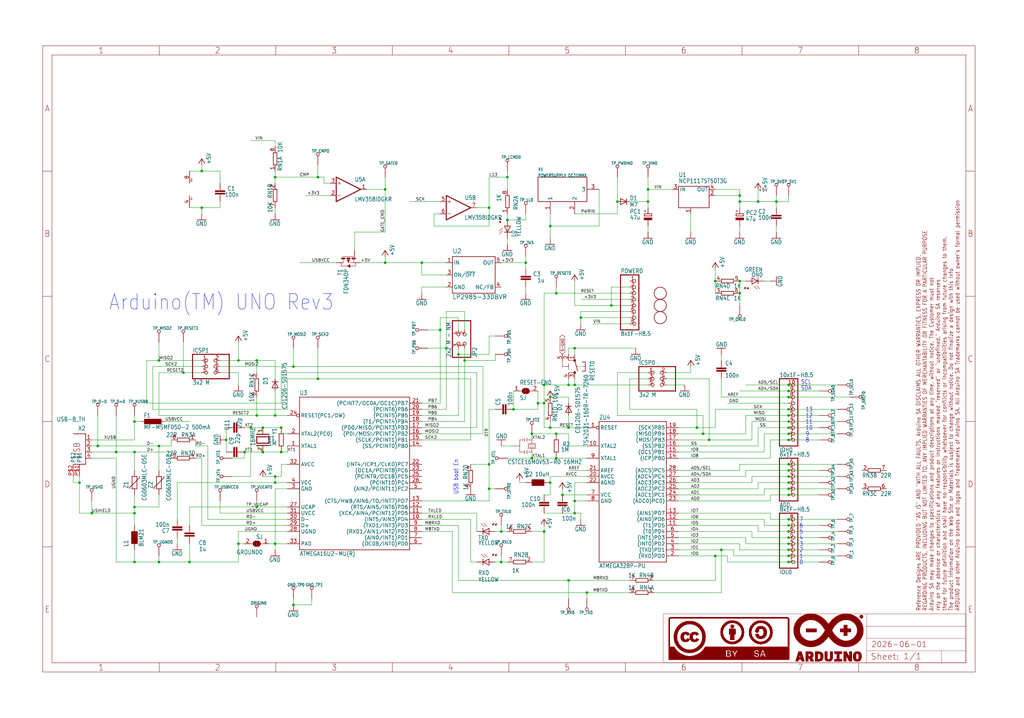
<source format=kicad_sch>
(kicad_sch (version 20250114) (generator "eeschema") (generator_version "9.0")
  (paper "User" 425.45 298.602)
  (lib_symbols
    (symbol "UNO-TH_Rev3e-eagle-import:+5V" (power)
      (symbol "+5V_1_0"
        (pin power_in line (at 0 -2.54 90) (length 2.54) (name "+5V") (number "1"))
      )
    )
    (symbol "UNO-TH_Rev3e-eagle-import:0715_CV201210-100K"
      (property "Reference" "L" (at -3.81 5.08 0))
      (symbol "0715_CV201210-100K_1_0"
        (pin passive line (at -5.08 2.54 0) (length 2.54) (name "1") (number "1"))
        (pin passive line (at 5.08 2.54 180) (length 2.54) (name "2") (number "2"))
      )
    )
    (symbol "UNO-TH_Rev3e-eagle-import:4R-NCAY16"
      (property "Reference" "RN" (at -5.08 -3.048 0))
      (symbol "4R-NCAY16_1_0"
        (pin passive line (at -5.08 0 0) (length 2.54) (name "1") (number "1"))
        (pin passive line (at 5.08 0 180) (length 2.54) (name "2") (number "8"))
      )
      (symbol "4R-NCAY16_2_0"
        (pin passive line (at -5.08 0 0) (length 2.54) (name "1") (number "2"))
        (pin passive line (at 5.08 0 180) (length 2.54) (name "2") (number "7"))
      )
      (symbol "4R-NCAY16_3_0"
        (pin passive line (at -5.08 0 0) (length 2.54) (name "1") (number "3"))
        (pin passive line (at 5.08 0 180) (length 2.54) (name "2") (number "6"))
      )
      (symbol "4R-NCAY16_4_0"
        (pin passive line (at -5.08 0 0) (length 2.54) (name "1") (number "4"))
        (pin passive line (at 5.08 0 180) (length 2.54) (name "2") (number "5"))
      )
    )
    (symbol "UNO-TH_Rev3e-eagle-import:A3-FRAME"
      (symbol "A3-FRAME_1_0"
        (text "A" (at 1.905 234.315 0) (effects (font (size 2.54 2.286))))
        (text "B" (at 1.905 182.245 0) (effects (font (size 2.54 2.286))))
        (text "C" (at 1.905 130.175 0) (effects (font (size 2.54 2.286))))
        (text "D" (at 1.905 78.105 0) (effects (font (size 2.54 2.286))))
        (text "E" (at 1.905 26.035 0) (effects (font (size 2.54 2.286))))
        (text "1" (at 24.2094 258.445 0) (effects (font (size 2.54 2.286))))
        (text "1" (at 24.2094 1.905 0) (effects (font (size 2.54 2.286))))
        (text "2" (at 72.6281 258.445 0) (effects (font (size 2.54 2.286))))
        (text "2" (at 72.6281 1.905 0) (effects (font (size 2.54 2.286))))
        (text "3" (at 121.0469 258.445 0) (effects (font (size 2.54 2.286))))
        (text "3" (at 121.0469 1.905 0) (effects (font (size 2.54 2.286))))
        (text "4" (at 169.4656 258.445 0) (effects (font (size 2.54 2.286))))
        (text "4" (at 169.4656 1.905 0) (effects (font (size 2.54 2.286))))
        (text "5" (at 217.8844 258.445 0) (effects (font (size 2.54 2.286))))
        (text "5" (at 217.8844 1.905 0) (effects (font (size 2.54 2.286))))
        (text "6" (at 266.3031 258.445 0) (effects (font (size 2.54 2.286))))
        (text "6" (at 266.3031 1.905 0) (effects (font (size 2.54 2.286))))
        (text "7" (at 314.7219 258.445 0) (effects (font (size 2.54 2.286))))
        (text "7" (at 314.7219 1.905 0) (effects (font (size 2.54 2.286))))
        (text "Sheet:" (at 343.916 4.953 0) (effects (font (size 2.54 2.54)) (justify left bottom)))
        (text "${PROJECTNAME}" (at 344.17 15.24 0) (effects (font (size 2.54 2.54)) (justify left bottom)))
        (text "${CURRENT_DATE}" (at 344.17 10.16 0) (effects (font (size 2.286 2.286)) (justify left bottom)))
        (text "${#}/${##}" (at 357.505 5.08 0) (effects (font (size 2.54 2.54)) (justify left bottom)))
        (text "8" (at 363.1406 258.445 0) (effects (font (size 2.54 2.286))))
        (text "8" (at 363.1406 1.905 0) (effects (font (size 2.54 2.286))))
        (text "Reference Designs ARE PROVIDED \"AS IS\" AND \"WITH ALL FAULTS. Arduino SA DISCLAIMS ALL OTHER WARRANTIES, EXPRESS OR IMPLIED,\nREGARDING PRODUCTS, INCLUDING BUT NOT LIMITED TO, ANY IMPLIED WARRANTIES OF MERCHANTABILITY OR FITNESS FOR A PARTICULAR PURPOSE\nArduino SA may make changes to specifications and product descriptions at any time, without notice. The Customer must not\nrely on the absence or characteristics of any features or instructions marked \"reserved\" or \"undefined.\" Arduino SA reserves\nthese for future definition and shall have no responsibility whatsoever for conflicts or incompatibilities arising from future changes to them.\nThe product information on the Web Site or Materials is subject to change without notice. Do not finalize a design with this info\nARDUINO and other Arduino brands and logos and Trademarks of Arduino SA. All Arduino SA Trademarks cannot be used without owner's formal permission" (at 381 25.4 900) (effects (font (size 1.6764 1.4249)) (justify left bottom)))
        (text "A" (at 385.445 234.315 0) (effects (font (size 2.54 2.286))))
        (text "B" (at 385.445 182.245 0) (effects (font (size 2.54 2.286))))
        (text "C" (at 385.445 130.175 0) (effects (font (size 2.54 2.286))))
        (text "D" (at 385.445 78.105 0) (effects (font (size 2.54 2.286))))
        (text "E" (at 385.445 26.035 0) (effects (font (size 2.54 2.286))))
      )
    )
    (symbol "UNO-TH_Rev3e-eagle-import:ATMEGA16U2-MU"
      (symbol "ATMEGA16U2-MU_1_0"
        (pin input inverted (at -27.94 25.4 0) (length 5.08) (name "RESET(PC1/DW)") (number "24"))
        (pin bidirectional line (at -27.94 17.78 0) (length 5.08) (name "XTAL2(PC0)") (number "2"))
        (pin bidirectional line (at -27.94 12.7 0) (length 5.08) (name "XTAL1") (number "1"))
        (pin power_in line (at -27.94 5.08 0) (length 5.08) (name "AVCC") (number "32"))
        (pin power_in line (at -27.94 -2.54 0) (length 5.08) (name "VCC") (number "4"))
        (pin power_in line (at -27.94 -5.08 0) (length 5.08) (name "GND") (number "3"))
        (pin passive line (at -27.94 -12.7 0) (length 5.08) (name "UCAP") (number "27"))
        (pin power_in line (at -27.94 -15.24 0) (length 5.08) (name "UVCC") (number "31"))
        (pin bidirectional line (at -27.94 -17.78 0) (length 5.08) (name "D-") (number "30"))
        (pin bidirectional line (at -27.94 -20.32 0) (length 5.08) (name "D+") (number "29"))
        (pin power_in line (at -27.94 -22.86 0) (length 5.08) (name "UGND") (number "28"))
        (pin power_in line (at -27.94 -27.94 0) (length 5.08) (name "PAD") (number "33"))
        (pin bidirectional line (at 27.94 30.48 180) (length 5.08) (name "(PCINT7/OC0A/OC1C)PB7") (number "21"))
        (pin bidirectional line (at 27.94 27.94 180) (length 5.08) (name "(PCINT6)PB6") (number "20"))
        (pin bidirectional line (at 27.94 25.4 180) (length 5.08) (name "(PCINT5)PB5") (number "19"))
        (pin bidirectional line (at 27.94 22.86 180) (length 5.08) (name "(T1/PCINT4)PB4") (number "18"))
        (pin bidirectional line (at 27.94 20.32 180) (length 5.08) (name "(PD0/MISO/PCINT3)PB3") (number "17"))
        (pin bidirectional line (at 27.94 17.78 180) (length 5.08) (name "(PDI/MOSI/PCINT2)PB2") (number "16"))
        (pin bidirectional line (at 27.94 15.24 180) (length 5.08) (name "(SCLK/PCINT1)PB1") (number "15"))
        (pin bidirectional line (at 27.94 12.7 180) (length 5.08) (name "(SS/PCINT0)PB0") (number "14"))
        (pin bidirectional line (at 27.94 5.08 180) (length 5.08) (name "(INT4/ICP1/CLK0)PC7") (number "22"))
        (pin bidirectional line (at 27.94 2.54 180) (length 5.08) (name "(OC1A/PCINT8)PC6") (number "23"))
        (pin bidirectional line (at 27.94 0 180) (length 5.08) (name "(PCINT9/OC1B)PC5") (number "25"))
        (pin bidirectional line (at 27.94 -2.54 180) (length 5.08) (name "(PCINT10)PC4") (number "26"))
        (pin bidirectional line (at 27.94 -5.08 180) (length 5.08) (name "(AIN2/PCINT11)PC2") (number "5"))
        (pin bidirectional line (at 27.94 -10.16 180) (length 5.08) (name "(CTS/HWB/AIN6/TO/INT7)PD7") (number "13"))
        (pin bidirectional line (at 27.94 -12.7 180) (length 5.08) (name "(RTS/AIN5/INT6)PD6") (number "12"))
        (pin bidirectional line (at 27.94 -15.24 180) (length 5.08) (name "(XCK/AIN4/PCINT12)PD5") (number "11"))
        (pin bidirectional line (at 27.94 -17.78 180) (length 5.08) (name "(INT5/AIN3)PD4") (number "10"))
        (pin bidirectional line (at 27.94 -20.32 180) (length 5.08) (name "(TXD1/INT3)PD3") (number "9"))
        (pin bidirectional line (at 27.94 -22.86 180) (length 5.08) (name "(RXD1/AIN1/INT2)PD2") (number "8"))
        (pin bidirectional line (at 27.94 -25.4 180) (length 5.08) (name "(AIN0/INT1)PD1") (number "7"))
        (pin bidirectional line (at 27.94 -27.94 180) (length 5.08) (name "(OC0B/INT0)PD0") (number "6"))
      )
    )
    (symbol "UNO-TH_Rev3e-eagle-import:ATMEGA328P-PU"
      (property "Reference" "IC" (at -15.24 28.702 0))
      (symbol "ATMEGA328P-PU_1_0"
        (pin input inverted (at -20.32 25.4 0) (length 5.08) (name "RESET") (number "1"))
        (pin bidirectional line (at -20.32 17.78 0) (length 5.08) (name "XTAL2") (number "10"))
        (pin bidirectional line (at -20.32 12.7 0) (length 5.08) (name "XTAL1") (number "9"))
        (pin passive line (at -20.32 7.62 0) (length 5.08) (name "AREF") (number "21"))
        (pin power_in line (at -20.32 5.08 0) (length 5.08) (name "AVCC") (number "20"))
        (pin power_in line (at -20.32 2.54 0) (length 5.08) (name "AGND") (number "22"))
        (pin power_in line (at -20.32 -2.54 0) (length 5.08) (name "VCC") (number "7"))
        (pin power_in line (at -20.32 -5.08 0) (length 5.08) (name "GND") (number "8"))
        (pin bidirectional line (at 17.78 25.4 180) (length 5.08) (name "(SCK)PB5") (number "19"))
        (pin bidirectional line (at 17.78 22.86 180) (length 5.08) (name "(MISO)PB4") (number "18"))
        (pin bidirectional line (at 17.78 20.32 180) (length 5.08) (name "(MOSI)PB3") (number "17"))
        (pin bidirectional line (at 17.78 17.78 180) (length 5.08) (name "(SS)PB2") (number "16"))
        (pin bidirectional line (at 17.78 15.24 180) (length 5.08) (name "(OC1)PB1") (number "15"))
        (pin bidirectional line (at 17.78 12.7 180) (length 5.08) (name "(ICP)PB0") (number "14"))
        (pin bidirectional line (at 17.78 7.62 180) (length 5.08) (name "(ADC5)PC5") (number "28"))
        (pin bidirectional line (at 17.78 5.08 180) (length 5.08) (name "(ADC4)PC4") (number "27"))
        (pin bidirectional line (at 17.78 2.54 180) (length 5.08) (name "(ADC3)PC3") (number "26"))
        (pin bidirectional line (at 17.78 0 180) (length 5.08) (name "(ADC2)PC2") (number "25"))
        (pin bidirectional line (at 17.78 -2.54 180) (length 5.08) (name "(ADC1)PC1") (number "24"))
        (pin bidirectional line (at 17.78 -5.08 180) (length 5.08) (name "(ADC0)PC0)") (number "23"))
        (pin bidirectional line (at 17.78 -10.16 180) (length 5.08) (name "(AIN1)PD7") (number "13"))
        (pin bidirectional line (at 17.78 -12.7 180) (length 5.08) (name "(AIN0)PD6") (number "12"))
        (pin bidirectional line (at 17.78 -15.24 180) (length 5.08) (name "(T1)PD5") (number "11"))
        (pin bidirectional line (at 17.78 -17.78 180) (length 5.08) (name "(T0)PD4") (number "6"))
        (pin bidirectional line (at 17.78 -20.32 180) (length 5.08) (name "(INT1)PD3") (number "5"))
        (pin bidirectional line (at 17.78 -22.86 180) (length 5.08) (name "(INT0)PD2") (number "4"))
        (pin bidirectional line (at 17.78 -25.4 180) (length 5.08) (name "(TXD)PD1") (number "3"))
        (pin bidirectional line (at 17.78 -27.94 180) (length 5.08) (name "(RXD)PD0") (number "2"))
      )
    )
    (symbol "UNO-TH_Rev3e-eagle-import:C-EU0603-RND"
      (property "Reference" "C" (at 1.524 0.381 0))
      (symbol "C-EU0603-RND_1_0"
        (pin passive line (at 0 2.54 270) (length 2.54) (name "1") (number "1"))
        (pin passive line (at 0 -5.08 90) (length 2.54) (name "2") (number "2"))
      )
    )
    (symbol "UNO-TH_Rev3e-eagle-import:CPOL-EUD"
      (property "Reference" "C" (at 1.143 0.4826 0))
      (symbol "CPOL-EUD_1_0"
        (text "+" (at -0.5842 0.4064 900) (effects (font (size 1.27 1.0795)) (justify left bottom)))
        (pin passive line (at 0 2.54 270) (length 2.54) (name "+") (number "+"))
        (pin passive line (at 0 -5.08 90) (length 2.54) (name "-") (number "-"))
      )
    )
    (symbol "UNO-TH_Rev3e-eagle-import:DIODE-MINIMELF"
      (property "Reference" "D" (at 2.54 0.4826 0))
      (symbol "DIODE-MINIMELF_1_0"
        (pin passive line (at -2.54 0 0) (length 2.54) (name "A") (number "A"))
        (pin passive line (at 2.54 0 180) (length 2.54) (name "C") (number "C"))
      )
    )
    (symbol "UNO-TH_Rev3e-eagle-import:DIODE-SMB"
      (property "Reference" "D" (at 2.54 0.4826 0))
      (symbol "DIODE-SMB_1_0"
        (pin passive line (at -2.54 0 0) (length 2.54) (name "A") (number "A"))
        (pin passive line (at 2.54 0 180) (length 2.54) (name "C") (number "C"))
      )
    )
    (symbol "UNO-TH_Rev3e-eagle-import:FIDUCIALMOUNT")
    (symbol "UNO-TH_Rev3e-eagle-import:GND" (power)
      (symbol "GND_1_0"
        (pin power_in line (at 0 2.54 270) (length 2.54) (name "GND") (number "1"))
      )
    )
    (symbol "UNO-TH_Rev3e-eagle-import:L-EUL1812"
      (property "Reference" "L" (at -1.4986 -3.81 90))
      (symbol "L-EUL1812_1_0"
        (pin passive line (at 0 5.08 270) (length 2.54) (name "1") (number "1"))
        (pin passive line (at 0 -5.08 90) (length 2.54) (name "2") (number "2"))
      )
    )
    (symbol "UNO-TH_Rev3e-eagle-import:LEDCHIP-LED0805"
      (property "Reference" "LED" (at 3.556 -4.572 90))
      (symbol "LEDCHIP-LED0805_1_0"
        (pin passive line (at 0 2.54 270) (length 2.54) (name "A") (number "A"))
        (pin passive line (at 0 -5.08 90) (length 2.54) (name "C") (number "C"))
      )
    )
    (symbol "UNO-TH_Rev3e-eagle-import:LMV358?MM"
      (symbol "LMV358?MM_1_0"
        (pin input line (at -7.62 2.54 0) (length 2.54) (name "+IN") (number "3"))
        (pin input line (at -7.62 -2.54 0) (length 2.54) (name "-IN") (number "2"))
        (pin output line (at 7.62 0 180) (length 2.54) (name "OUT") (number "1"))
      )
      (symbol "LMV358?MM_2_0"
        (pin input line (at -7.62 2.54 0) (length 2.54) (name "+IN") (number "5"))
        (pin input line (at -7.62 -2.54 0) (length 2.54) (name "-IN") (number "6"))
        (pin output line (at 7.62 0 180) (length 2.54) (name "OUT") (number "7"))
      )
      (symbol "LMV358?MM_3_0"
        (text "V+" (at 1.27 3.175 900) (effects (font (size 0.8128 0.6908)) (justify left bottom)))
        (text "V-" (at 1.27 -4.445 900) (effects (font (size 0.8128 0.6908)) (justify left bottom)))
        (pin power_in line (at 0 7.62 270) (length 5.08) (name "V+") (number "8"))
        (pin power_in line (at 0 -7.62 90) (length 5.08) (name "V-") (number "4"))
      )
    )
    (symbol "UNO-TH_Rev3e-eagle-import:LP2985-XXDBVR"
      (property "Reference" "IC" (at -7.62 8.89 0))
      (symbol "LP2985-XXDBVR_1_0"
        (pin input line (at -10.16 5.08 0) (length 2.54) (name "IN") (number "1"))
        (pin input line (at -10.16 0 0) (length 2.54) (name "ON/~{OFF}") (number "3"))
        (pin power_in line (at -10.16 -5.08 0) (length 2.54) (name "GND") (number "2"))
        (pin passive line (at 12.7 5.08 180) (length 2.54) (name "OUT") (number "5"))
        (pin passive line (at 12.7 -5.08 180) (length 2.54) (name "NC/FB") (number "4"))
      )
    )
    (symbol "UNO-TH_Rev3e-eagle-import:MC33269ST"
      (property "Reference" "IC" (at -5.08 7.62 0))
      (symbol "MC33269ST_1_0"
        (pin input line (at -7.62 5.08 0) (length 2.54) (name "IN") (number "3"))
        (pin input line (at 0 -5.08 90) (length 2.54) (name "GND/ADJ") (number "1"))
        (pin passive line (at 10.16 5.08 180) (length 2.54) (name "OUT") (number "4"))
        (pin passive line (at 10.16 2.54 180) (length 2.54) (name "OUT@1") (number "2"))
      )
    )
    (symbol "UNO-TH_Rev3e-eagle-import:PINHD-1X10_ARD"
      (property "Reference" "JP" (at -6.35 13.335 0))
      (symbol "PINHD-1X10_ARD_1_0"
        (pin passive inverted (at -2.54 10.16 0) (length 2.54) (name "1") (number "1"))
        (pin passive inverted (at -2.54 7.62 0) (length 2.54) (name "2") (number "2"))
        (pin passive inverted (at -2.54 5.08 0) (length 2.54) (name "3") (number "3"))
        (pin passive inverted (at -2.54 2.54 0) (length 2.54) (name "4") (number "4"))
        (pin passive inverted (at -2.54 0 0) (length 2.54) (name "5") (number "5"))
        (pin passive inverted (at -2.54 -2.54 0) (length 2.54) (name "6") (number "6"))
        (pin passive inverted (at -2.54 -5.08 0) (length 2.54) (name "7") (number "7"))
        (pin passive inverted (at -2.54 -7.62 0) (length 2.54) (name "8") (number "8"))
        (pin passive inverted (at -2.54 -10.16 0) (length 2.54) (name "9") (number "9"))
        (pin passive inverted (at -2.54 -12.7 0) (length 2.54) (name "10") (number "10"))
      )
    )
    (symbol "UNO-TH_Rev3e-eagle-import:PINHD-1X6"
      (property "Reference" "JP" (at -6.35 10.795 0))
      (symbol "PINHD-1X6_1_0"
        (pin passive inverted (at -2.54 7.62 0) (length 2.54) (name "1") (number "1"))
        (pin passive inverted (at -2.54 5.08 0) (length 2.54) (name "2") (number "2"))
        (pin passive inverted (at -2.54 2.54 0) (length 2.54) (name "3") (number "3"))
        (pin passive inverted (at -2.54 0 0) (length 2.54) (name "4") (number "4"))
        (pin passive inverted (at -2.54 -2.54 0) (length 2.54) (name "5") (number "5"))
        (pin passive inverted (at -2.54 -5.08 0) (length 2.54) (name "6") (number "6"))
      )
    )
    (symbol "UNO-TH_Rev3e-eagle-import:PINHD-1X8"
      (property "Reference" "JP" (at -6.35 13.335 0))
      (symbol "PINHD-1X8_1_0"
        (pin passive inverted (at -2.54 10.16 0) (length 2.54) (name "1") (number "1"))
        (pin passive inverted (at -2.54 7.62 0) (length 2.54) (name "2") (number "2"))
        (pin passive inverted (at -2.54 5.08 0) (length 2.54) (name "3") (number "3"))
        (pin passive inverted (at -2.54 2.54 0) (length 2.54) (name "4") (number "4"))
        (pin passive inverted (at -2.54 0 0) (length 2.54) (name "5") (number "5"))
        (pin passive inverted (at -2.54 -2.54 0) (length 2.54) (name "6") (number "6"))
        (pin passive inverted (at -2.54 -5.08 0) (length 2.54) (name "7") (number "7"))
        (pin passive inverted (at -2.54 -7.62 0) (length 2.54) (name "8") (number "8"))
      )
    )
    (symbol "UNO-TH_Rev3e-eagle-import:PINHD-2X2"
      (property "Reference" "JP" (at -8.89 5.715 0))
      (symbol "PINHD-2X2_1_0"
        (pin passive inverted (at -5.08 2.54 0) (length 2.54) (name "1") (number "1"))
        (pin passive inverted (at -5.08 0 0) (length 2.54) (name "3") (number "3"))
        (pin passive inverted (at 2.54 2.54 180) (length 2.54) (name "2") (number "2"))
        (pin passive inverted (at 2.54 0 180) (length 2.54) (name "4") (number "4"))
      )
    )
    (symbol "UNO-TH_Rev3e-eagle-import:PINHD-2X3"
      (property "Reference" "JP" (at -6.35 5.715 0))
      (symbol "PINHD-2X3_1_0"
        (pin passive inverted (at -2.54 2.54 0) (length 2.54) (name "1") (number "1"))
        (pin passive inverted (at -2.54 0 0) (length 2.54) (name "3") (number "3"))
        (pin passive inverted (at -2.54 -2.54 0) (length 2.54) (name "5") (number "5"))
        (pin passive inverted (at 5.08 2.54 180) (length 2.54) (name "2") (number "2"))
        (pin passive inverted (at 5.08 0 180) (length 2.54) (name "4") (number "4"))
        (pin passive inverted (at 5.08 -2.54 180) (length 2.54) (name "6") (number "6"))
      )
    )
    (symbol "UNO-TH_Rev3e-eagle-import:PMOSSOT23"
      (property "Reference" "T" (at 2.54 2.54 0))
      (symbol "PMOSSOT23_1_0"
        (pin passive line (at -5.08 -2.54 0) (length 2.54) (name "G") (number "3"))
        (pin passive line (at 0 5.08 270) (length 2.54) (name "D") (number "1"))
        (pin passive line (at 0 -5.08 90) (length 2.54) (name "S") (number "2"))
      )
    )
    (symbol "UNO-TH_Rev3e-eagle-import:PN61729"
      (property "Reference" "X" (at 0 8.89 0))
      (symbol "PN61729_1_0"
        (text "USB" (at 5.08 -2.54 900) (effects (font (size 2.54 2.159)) (justify left bottom)))
        (pin bidirectional line (at -2.54 5.08 0) (length 2.54) (name "1") (number "1"))
        (pin bidirectional line (at -2.54 2.54 0) (length 2.54) (name "2") (number "2"))
        (pin bidirectional line (at -2.54 0 0) (length 2.54) (name "3") (number "3"))
        (pin bidirectional line (at -2.54 -2.54 0) (length 2.54) (name "4") (number "4"))
        (pin bidirectional line (at 2.54 -10.16 90) (length 5.08) (name "P$1") (number "P$1"))
        (pin bidirectional line (at 5.08 -10.16 90) (length 5.08) (name "P$2") (number "P$2"))
      )
    )
    (symbol "UNO-TH_Rev3e-eagle-import:POWERSUPPLY_DC21MMX"
      (symbol "POWERSUPPLY_DC21MMX_1_0"
        (pin power_in line (at -5.08 -10.16 90) (length 5.08) (name "1") (number "1"))
        (pin power_in line (at 5.08 -10.16 90) (length 5.08) (name "2") (number "2"))
        (pin power_in line (at 15.24 0 180) (length 5.08) (name "3") (number "3"))
      )
    )
    (symbol "UNO-TH_Rev3e-eagle-import:R-EU_R0603"
      (property "Reference" "R" (at -3.81 1.4986 0))
      (symbol "R-EU_R0603_1_0"
        (pin passive line (at -5.08 0 0) (length 2.54) (name "1") (number "1"))
        (pin passive line (at 5.08 0 180) (length 2.54) (name "2") (number "2"))
      )
    )
    (symbol "UNO-TH_Rev3e-eagle-import:RESONATORMU"
      (property "Reference" "Y" (at -5.08 4.572 0))
      (symbol "RESONATORMU_1_0"
        (pin passive line (at -7.62 0 0) (length 0) (name "2") (number "2"))
        (pin passive line (at 0 2.54 180) (length 0) (name "1") (number "1"))
        (pin passive line (at 0 -2.54 180) (length 0) (name "3") (number "3"))
      )
    )
    (symbol "UNO-TH_Rev3e-eagle-import:SJ"
      (property "Reference" "SJ" (at -2.54 2.54 0))
      (symbol "SJ_1_0"
        (pin passive line (at -5.08 0 0) (length 2.54) (name "1") (number "1"))
        (pin passive line (at 5.08 0 180) (length 2.54) (name "2") (number "2"))
      )
    )
    (symbol "UNO-TH_Rev3e-eagle-import:TP_SP"
      (symbol "TP_SP_1_0"
        (pin passive inverted (at 0 0 0) (length 5.08) (name "TESTP") (number "X"))
      )
    )
    (symbol "UNO-TH_Rev3e-eagle-import:TS42"
      (symbol "TS42_1_0"
        (pin passive line (at 0 5.08 270) (length 2.54) (name "3") (number "3"))
        (pin passive line (at 0 -5.08 90) (length 2.54) (name "1") (number "1"))
        (pin passive line (at 2.54 5.08 270) (length 2.54) (name "4") (number "4"))
        (pin passive line (at 2.54 -5.08 90) (length 2.54) (name "2") (number "2"))
        (pin power_in line (at 5.08 -5.08 90) (length 2.54) (name "5-GND") (number "5"))
      )
    )
    (symbol "UNO-TH_Rev3e-eagle-import:VARISTORCN0603"
      (property "Reference" "R" (at -2.54 3.81 0))
      (symbol "VARISTORCN0603_1_0"
        (pin passive line (at -5.08 0 0) (length 2.54) (name "2") (number "2"))
        (pin passive line (at 5.08 0 180) (length 2.54) (name "1") (number "1"))
      )
    )
    (symbol "UNO-TH_Rev3e-eagle-import:WE-CBF_0805"
      (property "Reference" "L" (at -3.81 5.08 0))
      (symbol "WE-CBF_0805_1_0"
        (pin passive line (at -5.08 2.54 0) (length 2.54) (name "1") (number "1"))
        (pin passive line (at 5.08 2.54 180) (length 2.54) (name "2") (number "2"))
      )
    )
    (symbol "UNO-TH_Rev3e-eagle-import:XTAL/S"
      (property "Reference" "Q" (at -5.08 3.81 0))
      (symbol "XTAL/S_1_0"
        (pin passive line (at -5.08 0 0) (length 2.54) (name "1") (number "1"))
        (pin passive line (at 5.08 0 180) (length 2.54) (name "2") (number "2"))
      )
    )
  )
  (text "11" (at 334.645 176.53 0) (effects (font (size 1.778 1.5113)) (justify left bottom)))
  (text "Arduino(TM) UNO Rev3" (at 45.085 129.54 0) (effects (font (size 6.4516 5.4838)) (justify left bottom)))
  (text "9" (at 334.645 181.61 0) (effects (font (size 1.778 1.5113)) (justify left bottom)))
  (text "SCL" (at 332.74 160.02 0) (effects (font (size 1.778 1.5113)) (justify left bottom)))
  (text "8" (at 334.645 184.15 0) (effects (font (size 1.778 1.5113)) (justify left bottom)))
  (text "13" (at 334.645 171.45 0) (effects (font (size 1.778 1.5113)) (justify left bottom)))
  (text "2" (at 332.105 229.87 0) (effects (font (size 1.778 1.5113)) (justify left bottom)))
  (text "SDA" (at 332.74 162.56 0) (effects (font (size 1.778 1.5113)) (justify left bottom)))
  (text "7" (at 332.105 217.17 0) (effects (font (size 1.778 1.5113)) (justify left bottom)))
  (text "5" (at 332.105 222.25 0) (effects (font (size 1.778 1.5113)) (justify left bottom)))
  (text "6" (at 332.105 219.71 0) (effects (font (size 1.778 1.5113)) (justify left bottom)))
  (text "1" (at 332.105 232.41 0) (effects (font (size 1.778 1.5113)) (justify left bottom)))
  (text "USB boot En" (at 190.5 205.74 90) (effects (font (size 1.778 1.5113)) (justify left bottom)))
  (text "12" (at 334.645 173.99 0) (effects (font (size 1.778 1.5113)) (justify left bottom)))
  (text "10" (at 334.645 179.07 0) (effects (font (size 1.778 1.5113)) (justify left bottom)))
  (text "3" (at 332.105 227.33 0) (effects (font (size 1.778 1.5113)) (justify left bottom)))
  (text "0" (at 332.105 234.95 0) (effects (font (size 1.778 1.5113)) (justify left bottom)))
  (text "4" (at 332.105 224.79 0) (effects (font (size 1.778 1.5113)) (justify left bottom)))
  (junction (at 218.44 109.22))
  (junction (at 297.18 116.84))
  (junction (at 327.66 205.74))
  (junction (at 185.42 144.78))
  (junction (at 228.6 93.98))
  (junction (at 220.98 180.34))
  (junction (at 83.82 71.12))
  (junction (at 327.66 218.44))
  (junction (at 193.04 149.86))
  (junction (at 78.74 233.68))
  (junction (at 106.68 149.86))
  (junction (at 99.06 149.86))
  (junction (at 55.88 213.36))
  (junction (at 55.88 210.82))
  (junction (at 327.66 177.8))
  (junction (at 327.66 165.1))
  (junction (at 327.66 180.34))
  (junction (at 327.66 162.56))
  (junction (at 220.98 190.5))
  (junction (at 114.3 73.66))
  (junction (at 104.14 177.8))
  (junction (at 66.04 233.68))
  (junction (at 238.76 208.28))
  (junction (at 327.66 226.06))
  (junction (at 292.1 180.34))
  (junction (at 66.04 185.42))
  (junction (at 210.82 91.44))
  (junction (at 121.92 152.4))
  (junction (at 114.3 198.12))
  (junction (at 327.66 228.6))
  (junction (at 101.6 187.96))
  (junction (at 40.64 185.42))
  (junction (at 236.22 177.8))
  (junction (at 190.5 147.32))
  (junction (at 327.66 160.02))
  (junction (at 327.66 195.58))
  (junction (at 297.18 231.14))
  (junction (at 243.84 246.38))
  (junction (at 228.6 200.66))
  (junction (at 175.26 109.22))
  (junction (at 93.98 182.88))
  (junction (at 208.28 233.68))
  (junction (at 327.66 231.14))
  (junction (at 289.56 177.8))
  (junction (at 160.02 109.22))
  (junction (at 269.24 78.74))
  (junction (at 114.3 226.06))
  (junction (at 307.34 83.82))
  (junction (at 55.88 233.68))
  (junction (at 226.06 160.02))
  (junction (at 254 127))
  (junction (at 226.06 220.98))
  (junction (at 210.82 73.66))
  (junction (at 238.76 144.78))
  (junction (at 203.2 193.04))
  (junction (at 228.6 165.1))
  (junction (at 38.1 213.36))
  (junction (at 228.6 177.8))
  (junction (at 327.66 193.04))
  (junction (at 83.82 86.36))
  (junction (at 48.26 187.96))
  (junction (at 208.28 220.98))
  (junction (at 327.66 170.18))
  (junction (at 327.66 203.2))
  (junction (at 116.84 177.8))
  (junction (at 307.34 121.92))
  (junction (at 66.04 149.86))
  (junction (at 213.36 170.18))
  (junction (at 233.68 205.74))
  (junction (at 116.84 187.96))
  (junction (at 238.76 160.02))
  (junction (at 203.2 86.36))
  (junction (at 236.22 241.3))
  (junction (at 231.14 121.92))
  (junction (at 307.34 116.84))
  (junction (at 106.68 172.72))
  (junction (at 109.22 177.8))
  (junction (at 256.54 83.82))
  (junction (at 327.66 233.68))
  (junction (at 55.88 175.26))
  (junction (at 231.14 180.34))
  (junction (at 99.06 226.06))
  (junction (at 121.92 251.46))
  (junction (at 241.3 132.08))
  (junction (at 114.3 200.66))
  (junction (at 294.64 182.88))
  (junction (at 132.08 73.66))
  (junction (at 231.14 190.5))
  (junction (at 327.66 198.12))
  (junction (at 327.66 175.26))
  (junction (at 327.66 172.72))
  (junction (at 327.66 223.52))
  (junction (at 223.52 167.64))
  (junction (at 327.66 220.98))
  (junction (at 76.2 154.94))
  (junction (at 299.72 228.6))
  (junction (at 236.22 160.02))
  (junction (at 160.02 78.74))
  (junction (at 327.66 182.88))
  (junction (at 327.66 200.66))
  (junction (at 106.68 210.82))
  (junction (at 182.88 137.16))
  (junction (at 314.96 83.82))
  (junction (at 114.3 172.72))
  (junction (at 307.34 81.28))
  (junction (at 226.06 167.64))
  (junction (at 322.58 83.82))
  (junction (at 132.08 157.48))
  (junction (at 55.88 187.96))
  (junction (at 327.66 215.9))
  (junction (at 203.2 203.2))
  (junction (at 269.24 83.82))
  (junction (at 33.02 200.66))
  (junction (at 238.76 213.36))
  (junction (at 109.22 187.96))
  (wire (pts (xy 91.44 213.36) (xy 91.44 208.28)) (stroke (width 0.1524)))
  (wire (pts (xy 243.84 177.8) (xy 236.22 177.8)) (stroke (width 0.1524)))
  (wire (pts (xy 93.98 182.88) (xy 93.98 177.8)) (stroke (width 0.1524)))
  (wire (pts (xy 320.04 182.88) (xy 327.66 182.88)) (stroke (width 0.1524)))
  (wire (pts (xy 106.68 149.86) (xy 114.3 149.86)) (stroke (width 0.1524)))
  (wire (pts (xy 218.44 121.92) (xy 218.44 119.38)) (stroke (width 0.1524)))
  (wire (pts (xy 114.3 228.6) (xy 114.3 226.06)) (stroke (width 0.1524)))
  (wire (pts (xy 256.54 88.9) (xy 256.54 83.82)) (stroke (width 0.1524)))
  (wire (pts (xy 218.44 91.44) (xy 218.44 88.9)) (stroke (width 0.1524)))
  (wire (pts (xy 132.08 157.48) (xy 132.08 144.78)) (stroke (width 0.1524)))
  (wire (pts (xy 304.8 231.14) (xy 327.66 231.14)) (stroke (width 0.1524)))
  (wire (pts (xy 261.62 83.82) (xy 269.24 83.82)) (stroke (width 0.1524)))
  (wire (pts (xy 30.48 198.12) (xy 30.48 200.66)) (stroke (width 0.1524)))
  (wire (pts (xy 124.46 109.22) (xy 139.7 109.22)) (stroke (width 0.1524)))
  (wire (pts (xy 312.42 200.66) (xy 312.42 198.12)) (stroke (width 0.1524)))
  (wire (pts (xy 246.38 134.62) (xy 261.62 134.62)) (stroke (width 0.1524)))
  (wire (pts (xy 340.36 195.58) (xy 327.66 195.58)) (stroke (width 0.1524)))
  (wire (pts (xy 83.82 88.9) (xy 83.82 86.36)) (stroke (width 0.1524)))
  (wire (pts (xy 104.14 198.12) (xy 104.14 177.8)) (stroke (width 0.1524)))
  (wire (pts (xy 340.36 223.52) (xy 327.66 223.52)) (stroke (width 0.1524)))
  (wire (pts (xy 109.22 187.96) (xy 101.6 187.96)) (stroke (width 0.1524)))
  (wire (pts (xy 175.26 172.72) (xy 190.5 172.72)) (stroke (width 0.1524)))
  (wire (pts (xy 314.96 83.82) (xy 322.58 83.82)) (stroke (width 0.1524)))
  (wire (pts (xy 309.88 116.84) (xy 307.34 116.84)) (stroke (width 0.1524)))
  (wire (pts (xy 210.82 220.98) (xy 208.28 220.98)) (stroke (width 0.1524)))
  (wire (pts (xy 175.26 218.44) (xy 190.5 218.44)) (stroke (width 0.1524)))
  (wire (pts (xy 261.62 124.46) (xy 241.3 124.46)) (stroke (width 0.1524)))
  (wire (pts (xy 238.76 144.78) (xy 238.76 147.32)) (stroke (width 0.1524)))
  (wire (pts (xy 208.28 109.22) (xy 218.44 109.22)) (stroke (width 0.1524)))
  (wire (pts (xy 233.68 205.74) (xy 233.68 203.2)) (stroke (width 0.1524)))
  (wire (pts (xy 223.52 167.64) (xy 223.52 162.56)) (stroke (width 0.1524)))
  (wire (pts (xy 91.44 71.12) (xy 91.44 76.2)) (stroke (width 0.1524)))
  (wire (pts (xy 55.88 172.72) (xy 55.88 175.26)) (stroke (width 0.1524)))
  (wire (pts (xy 91.44 213.36) (xy 119.38 213.36)) (stroke (width 0.1524)))
  (wire (pts (xy 66.04 149.86) (xy 83.82 149.86)) (stroke (width 0.1524)))
  (wire (pts (xy 297.18 231.14) (xy 281.94 231.14)) (stroke (width 0.1524)))
  (wire (pts (xy 228.6 177.8) (xy 226.06 177.8)) (stroke (width 0.1524)))
  (wire (pts (xy 205.74 203.2) (xy 203.2 203.2)) (stroke (width 0.1524)))
  (wire (pts (xy 281.94 213.36) (xy 320.04 213.36)) (stroke (width 0.1524)))
  (wire (pts (xy 187.96 246.38) (xy 187.96 220.98)) (stroke (width 0.1524)))
  (wire (pts (xy 228.6 93.98) (xy 228.6 99.06)) (stroke (width 0.1524)))
  (wire (pts (xy 218.44 109.22) (xy 218.44 111.76)) (stroke (width 0.1524)))
  (wire (pts (xy 317.5 187.96) (xy 281.94 187.96)) (stroke (width 0.1524)))
  (wire (pts (xy 261.62 129.54) (xy 241.3 129.54)) (stroke (width 0.1524)))
  (wire (pts (xy 205.74 170.18) (xy 203.2 170.18)) (stroke (width 0.1524)))
  (wire (pts (xy 93.98 187.96) (xy 93.98 182.88)) (stroke (width 0.1524)))
  (wire (pts (xy 309.88 172.72) (xy 327.66 172.72)) (stroke (width 0.1524)))
  (wire (pts (xy 297.18 241.3) (xy 297.18 231.14)) (stroke (width 0.1524)))
  (wire (pts (xy 137.16 81.28) (xy 127 81.28)) (stroke (width 0.1524)))
  (wire (pts (xy 198.12 213.36) (xy 175.26 213.36)) (stroke (width 0.1524)))
  (wire (pts (xy 198.12 233.68) (xy 195.58 233.68)) (stroke (width 0.1524)))
  (wire (pts (xy 327.66 223.52) (xy 312.42 223.52)) (stroke (width 0.1524)))
  (wire (pts (xy 114.3 88.9) (xy 114.3 86.36)) (stroke (width 0.1524)))
  (wire (pts (xy 347.98 170.18) (xy 327.66 170.18)) (stroke (width 0.1524)))
  (wire (pts (xy 220.98 180.34) (xy 231.14 180.34)) (stroke (width 0.1524)))
  (wire (pts (xy 243.84 205.74) (xy 233.68 205.74)) (stroke (width 0.1524)))
  (wire (pts (xy 175.26 114.3) (xy 175.26 109.22)) (stroke (width 0.1524)))
  (wire (pts (xy 66.04 185.42) (xy 66.04 195.58)) (stroke (width 0.1524)))
  (wire (pts (xy 106.68 172.72) (xy 66.04 172.72)) (stroke (width 0.1524)))
  (wire (pts (xy 175.26 119.38) (xy 175.26 121.92)) (stroke (width 0.1524)))
  (wire (pts (xy 91.44 83.82) (xy 91.44 86.36)) (stroke (width 0.1524)))
  (wire (pts (xy 109.22 198.12) (xy 114.3 198.12)) (stroke (width 0.1524)))
  (wire (pts (xy 309.88 180.34) (xy 309.88 172.72)) (stroke (width 0.1524)))
  (wire (pts (xy 327.66 195.58) (xy 309.88 195.58)) (stroke (width 0.1524)))
  (wire (pts (xy 210.82 88.9) (xy 210.82 91.44)) (stroke (width 0.1524)))
  (wire (pts (xy 312.42 223.52) (xy 312.42 220.98)) (stroke (width 0.1524)))
  (wire (pts (xy 320.04 190.5) (xy 320.04 182.88)) (stroke (width 0.1524)))
  (wire (pts (xy 213.36 170.18) (xy 213.36 162.56)) (stroke (width 0.1524)))
  (wire (pts (xy 101.6 226.06) (xy 99.06 226.06)) (stroke (width 0.1524)))
  (wire (pts (xy 289.56 177.8) (xy 297.18 177.8)) (stroke (width 0.1524)))
  (wire (pts (xy 200.66 180.34) (xy 200.66 152.4)) (stroke (width 0.1524)))
  (wire (pts (xy 55.88 210.82) (xy 55.88 205.74)) (stroke (width 0.1524)))
  (wire (pts (xy 236.22 180.34) (xy 236.22 185.42)) (stroke (width 0.1524)))
  (wire (pts (xy 111.76 226.06) (xy 114.3 226.06)) (stroke (width 0.1524)))
  (wire (pts (xy 96.52 198.12) (xy 104.14 198.12)) (stroke (width 0.1524)))
  (wire (pts (xy 223.52 170.18) (xy 223.52 167.64)) (stroke (width 0.1524)))
  (wire (pts (xy 327.66 215.9) (xy 347.98 215.9)) (stroke (width 0.1524)))
  (wire (pts (xy 177.8 137.16) (xy 182.88 137.16)) (stroke (width 0.1524)))
  (wire (pts (xy 294.64 182.88) (xy 281.94 182.88)) (stroke (width 0.1524)))
  (wire (pts (xy 119.38 210.82) (xy 106.68 210.82)) (stroke (width 0.1524)))
  (wire (pts (xy 220.98 190.5) (xy 220.98 187.96)) (stroke (width 0.1524)))
  (wire (pts (xy 297.18 78.74) (xy 307.34 78.74)) (stroke (width 0.1524)))
  (wire (pts (xy 203.2 193.04) (xy 203.2 170.18)) (stroke (width 0.1524)))
  (wire (pts (xy 210.82 73.66) (xy 203.2 73.66)) (stroke (width 0.1524)))
  (wire (pts (xy 347.98 198.12) (xy 327.66 198.12)) (stroke (width 0.1524)))
  (wire (pts (xy 347.98 193.04) (xy 327.66 193.04)) (stroke (width 0.1524)))
  (wire (pts (xy 238.76 157.48) (xy 238.76 160.02)) (stroke (width 0.1524)))
  (wire (pts (xy 269.24 83.82) (xy 269.24 78.74)) (stroke (width 0.1524)))
  (wire (pts (xy 340.36 233.68) (xy 327.66 233.68)) (stroke (width 0.1524)))
  (wire (pts (xy 236.22 144.78) (xy 238.76 144.78)) (stroke (width 0.1524)))
  (wire (pts (xy 48.26 187.96) (xy 38.1 187.96)) (stroke (width 0.1524)))
  (wire (pts (xy 55.88 213.36) (xy 38.1 213.36)) (stroke (width 0.1524)))
  (wire (pts (xy 116.84 187.96) (xy 109.22 187.96)) (stroke (width 0.1524)))
  (wire (pts (xy 327.66 205.74) (xy 320.04 205.74)) (stroke (width 0.1524)))
  (wire (pts (xy 261.62 170.18) (xy 289.56 170.18)) (stroke (width 0.1524)))
  (wire (pts (xy 261.62 119.38) (xy 254 119.38)) (stroke (width 0.1524)))
  (wire (pts (xy 119.38 203.2) (xy 114.3 203.2)) (stroke (width 0.1524)))
  (wire (pts (xy 121.92 152.4) (xy 121.92 144.78)) (stroke (width 0.1524)))
  (wire (pts (xy 281.94 200.66) (xy 312.42 200.66)) (stroke (width 0.1524)))
  (wire (pts (xy 299.72 157.48) (xy 299.72 165.1)) (stroke (width 0.1524)))
  (wire (pts (xy 307.34 78.74) (xy 307.34 81.28)) (stroke (width 0.1524)))
  (wire (pts (xy 340.36 228.6) (xy 327.66 228.6)) (stroke (width 0.1524)))
  (wire (pts (xy 289.56 170.18) (xy 289.56 177.8)) (stroke (width 0.1524)))
  (wire (pts (xy 55.88 187.96) (xy 55.88 195.58)) (stroke (width 0.1524)))
  (wire (pts (xy 297.18 121.92) (xy 297.18 116.84)) (stroke (width 0.1524)))
  (wire (pts (xy 114.3 203.2) (xy 114.3 226.06)) (stroke (width 0.1524)))
  (wire (pts (xy 228.6 205.74) (xy 228.6 200.66)) (stroke (width 0.1524)))
  (wire (pts (xy 238.76 213.36) (xy 241.3 213.36)) (stroke (width 0.1524)))
  (wire (pts (xy 116.84 198.12) (xy 114.3 198.12)) (stroke (width 0.1524)))
  (wire (pts (xy 38.1 213.36) (xy 33.02 213.36)) (stroke (width 0.1524)))
  (wire (pts (xy 210.82 101.6) (xy 210.82 99.06)) (stroke (width 0.1524)))
  (wire (pts (xy 236.22 185.42) (xy 243.84 185.42)) (stroke (width 0.1524)))
  (wire (pts (xy 109.22 177.8) (xy 104.14 177.8)) (stroke (width 0.1524)))
  (wire (pts (xy 48.26 172.72) (xy 48.26 187.96)) (stroke (width 0.1524)))
  (wire (pts (xy 99.06 149.86) (xy 106.68 149.86)) (stroke (width 0.1524)))
  (wire (pts (xy 307.34 226.06) (xy 281.94 226.06)) (stroke (width 0.1524)))
  (wire (pts (xy 236.22 241.3) (xy 261.62 241.3)) (stroke (width 0.1524)))
  (wire (pts (xy 327.66 226.06) (xy 347.98 226.06)) (stroke (width 0.1524)))
  (wire (pts (xy 81.28 190.5) (xy 83.82 190.5)) (stroke (width 0.1524)))
  (wire (pts (xy 55.88 175.26) (xy 58.42 175.26)) (stroke (width 0.1524)))
  (wire (pts (xy 114.3 149.86) (xy 114.3 157.48)) (stroke (width 0.1524)))
  (wire (pts (xy 261.62 246.38) (xy 243.84 246.38)) (stroke (width 0.1524)))
  (wire (pts (xy 190.5 241.3) (xy 236.22 241.3)) (stroke (width 0.1524)))
  (wire (pts (xy 327.66 218.44) (xy 317.5 218.44)) (stroke (width 0.1524)))
  (wire (pts (xy 99.06 149.86) (xy 99.06 142.24)) (stroke (width 0.1524)))
  (wire (pts (xy 284.48 160.02) (xy 276.86 160.02)) (stroke (width 0.1524)))
  (wire (pts (xy 121.92 152.4) (xy 91.44 152.4)) (stroke (width 0.1524)))
  (wire (pts (xy 134.62 76.2) (xy 134.62 73.66)) (stroke (width 0.1524)))
  (wire (pts (xy 38.1 185.42) (xy 40.64 185.42)) (stroke (width 0.1524)))
  (wire (pts (xy 231.14 190.5) (xy 220.98 190.5)) (stroke (width 0.1524)))
  (wire (pts (xy 320.04 208.28) (xy 281.94 208.28)) (stroke (width 0.1524)))
  (wire (pts (xy 297.18 170.18) (xy 327.66 170.18)) (stroke (width 0.1524)))
  (wire (pts (xy 312.42 182.88) (xy 294.64 182.88)) (stroke (width 0.1524)))
  (wire (pts (xy 210.82 233.68) (xy 208.28 233.68)) (stroke (width 0.1524)))
  (wire (pts (xy 218.44 106.68) (xy 218.44 109.22)) (stroke (width 0.1524)))
  (wire (pts (xy 236.22 172.72) (xy 236.22 177.8)) (stroke (width 0.1524)))
  (wire (pts (xy 33.02 200.66) (xy 33.02 198.12)) (stroke (width 0.1524)))
  (wire (pts (xy 307.34 81.28) (xy 307.34 83.82)) (stroke (width 0.1524)))
  (wire (pts (xy 302.26 233.68) (xy 302.26 231.14)) (stroke (width 0.1524)))
  (wire (pts (xy 231.14 119.38) (xy 231.14 121.92)) (stroke (width 0.1524)))
  (wire (pts (xy 119.38 170.18) (xy 63.5 170.18)) (stroke (width 0.1524)))
  (wire (pts (xy 147.32 96.52) (xy 160.02 96.52)) (stroke (width 0.1524)))
  (wire (pts (xy 226.06 220.98) (xy 226.06 218.44)) (stroke (width 0.1524)))
  (wire (pts (xy 226.06 121.92) (xy 231.14 121.92)) (stroke (width 0.1524)))
  (wire (pts (xy 226.06 160.02) (xy 226.06 121.92)) (stroke (width 0.1524)))
  (wire (pts (xy 269.24 154.94) (xy 256.54 154.94)) (stroke (width 0.1524)))
  (wire (pts (xy 198.12 154.94) (xy 116.84 154.94)) (stroke (width 0.1524)))
  (wire (pts (xy 261.62 157.48) (xy 261.62 170.18)) (stroke (width 0.1524)))
  (wire (pts (xy 223.52 167.64) (xy 226.06 167.64)) (stroke (width 0.1524)))
  (wire (pts (xy 228.6 88.9) (xy 228.6 93.98)) (stroke (width 0.1524)))
  (wire (pts (xy 320.04 215.9) (xy 327.66 215.9)) (stroke (width 0.1524)))
  (wire (pts (xy 195.58 233.68) (xy 195.58 215.9)) (stroke (width 0.1524)))
  (wire (pts (xy 149.86 109.22) (xy 160.02 109.22)) (stroke (width 0.1524)))
  (wire (pts (xy 71.12 187.96) (xy 55.88 187.96)) (stroke (width 0.1524)))
  (wire (pts (xy 322.58 83.82) (xy 322.58 81.28)) (stroke (width 0.1524)))
  (wire (pts (xy 241.3 213.36) (xy 241.3 215.9)) (stroke (width 0.1524)))
  (wire (pts (xy 327.66 231.14) (xy 347.98 231.14)) (stroke (width 0.1524)))
  (wire (pts (xy 340.36 205.74) (xy 327.66 205.74)) (stroke (width 0.1524)))
  (wire (pts (xy 101.6 190.5) (xy 101.6 187.96)) (stroke (width 0.1524)))
  (wire (pts (xy 190.5 147.32) (xy 203.2 147.32)) (stroke (width 0.1524)))
  (wire (pts (xy 314.96 78.74) (xy 314.96 83.82)) (stroke (width 0.1524)))
  (wire (pts (xy 292.1 172.72) (xy 292.1 180.34)) (stroke (width 0.1524)))
  (wire (pts (xy 307.34 193.04) (xy 327.66 193.04)) (stroke (width 0.1524)))
  (wire (pts (xy 269.24 73.66) (xy 269.24 78.74)) (stroke (width 0.1524)))
  (wire (pts (xy 185.42 129.54) (xy 193.04 129.54)) (stroke (width 0.1524)))
  (wire (pts (xy 312.42 198.12) (xy 327.66 198.12)) (stroke (width 0.1524)))
  (wire (pts (xy 307.34 121.92) (xy 307.34 127)) (stroke (width 0.1524)))
  (wire (pts (xy 256.54 154.94) (xy 256.54 172.72)) (stroke (width 0.1524)))
  (wire (pts (xy 327.66 220.98) (xy 347.98 220.98)) (stroke (width 0.1524)))
  (wire (pts (xy 114.3 71.12) (xy 114.3 73.66)) (stroke (width 0.1524)))
  (wire (pts (xy 220.98 182.88) (xy 220.98 180.34)) (stroke (width 0.1524)))
  (wire (pts (xy 81.28 182.88) (xy 81.28 185.42)) (stroke (width 0.1524)))
  (wire (pts (xy 116.84 167.64) (xy 60.96 167.64)) (stroke (width 0.1524)))
  (wire (pts (xy 322.58 83.82) (xy 322.58 86.36)) (stroke (width 0.1524)))
  (wire (pts (xy 190.5 218.44) (xy 190.5 241.3)) (stroke (width 0.1524)))
  (wire (pts (xy 66.04 172.72) (xy 66.04 154.94)) (stroke (width 0.1524)))
  (wire (pts (xy 190.5 147.32) (xy 190.5 144.78)) (stroke (width 0.1524)))
  (wire (pts (xy 322.58 83.82) (xy 327.66 83.82)) (stroke (width 0.1524)))
  (wire (pts (xy 203.2 93.98) (xy 180.34 93.98)) (stroke (width 0.1524)))
  (wire (pts (xy 287.02 96.52) (xy 287.02 88.9)) (stroke (width 0.1524)))
  (wire (pts (xy 254 119.38) (xy 254 127)) (stroke (width 0.1524)))
  (wire (pts (xy 307.34 93.98) (xy 307.34 96.52)) (stroke (width 0.1524)))
  (wire (pts (xy 99.06 220.98) (xy 119.38 220.98)) (stroke (width 0.1524)))
  (wire (pts (xy 236.22 248.92) (xy 236.22 241.3)) (stroke (width 0.1524)))
  (wire (pts (xy 281.94 177.8) (xy 289.56 177.8)) (stroke (width 0.1524)))
  (wire (pts (xy 269.24 86.36) (xy 269.24 83.82)) (stroke (width 0.1524)))
  (wire (pts (xy 114.3 162.56) (xy 114.3 172.72)) (stroke (width 0.1524)))
  (wire (pts (xy 304.8 228.6) (xy 304.8 231.14)) (stroke (width 0.1524)))
  (wire (pts (xy 238.76 208.28) (xy 243.84 208.28)) (stroke (width 0.1524)))
  (wire (pts (xy 340.36 218.44) (xy 327.66 218.44)) (stroke (width 0.1524)))
  (wire (pts (xy 104.14 58.42) (xy 114.3 58.42)) (stroke (width 0.1524)))
  (wire (pts (xy 307.34 195.58) (xy 307.34 193.04)) (stroke (width 0.1524)))
  (wire (pts (xy 83.82 68.58) (xy 83.82 71.12)) (stroke (width 0.1524)))
  (wire (pts (xy 63.5 170.18) (xy 63.5 152.4)) (stroke (width 0.1524)))
  (wire (pts (xy 287.02 152.4) (xy 287.02 154.94)) (stroke (width 0.1524)))
  (wire (pts (xy 119.38 172.72) (xy 114.3 172.72)) (stroke (width 0.1524)))
  (wire (pts (xy 119.38 215.9) (xy 86.36 215.9)) (stroke (width 0.1524)))
  (wire (pts (xy 55.88 228.6) (xy 55.88 233.68)) (stroke (width 0.1524)))
  (wire (pts (xy 175.26 167.64) (xy 182.88 167.64)) (stroke (width 0.1524)))
  (wire (pts (xy 241.3 129.54) (xy 241.3 132.08)) (stroke (width 0.1524)))
  (wire (pts (xy 119.38 193.04) (xy 116.84 193.04)) (stroke (width 0.1524)))
  (wire (pts (xy 203.2 73.66) (xy 203.2 86.36)) (stroke (width 0.1524)))
  (wire (pts (xy 38.1 190.5) (xy 48.26 190.5)) (stroke (width 0.1524)))
  (wire (pts (xy 116.84 193.04) (xy 116.84 198.12)) (stroke (width 0.1524)))
  (wire (pts (xy 271.78 246.38) (xy 299.72 246.38)) (stroke (width 0.1524)))
  (wire (pts (xy 317.5 205.74) (xy 317.5 203.2)) (stroke (width 0.1524)))
  (wire (pts (xy 292.1 180.34) (xy 281.94 180.34)) (stroke (width 0.1524)))
  (wire (pts (xy 238.76 200.66) (xy 238.76 208.28)) (stroke (width 0.1524)))
  (wire (pts (xy 269.24 96.52) (xy 269.24 93.98)) (stroke (width 0.1524)))
  (wire (pts (xy 299.72 147.32) (xy 299.72 149.86)) (stroke (width 0.1524)))
  (wire (pts (xy 228.6 165.1) (xy 236.22 165.1)) (stroke (width 0.1524)))
  (wire (pts (xy 208.28 218.44) (xy 208.28 220.98)) (stroke (width 0.1524)))
  (wire (pts (xy 119.38 200.66) (xy 114.3 200.66)) (stroke (width 0.1524)))
  (wire (pts (xy 106.68 210.82) (xy 106.68 208.28)) (stroke (width 0.1524)))
  (wire (pts (xy 81.28 185.42) (xy 86.36 185.42)) (stroke (width 0.1524)))
  (wire (pts (xy 297.18 177.8) (xy 297.18 170.18)) (stroke (width 0.1524)))
  (wire (pts (xy 86.36 185.42) (xy 86.36 215.9)) (stroke (width 0.1524)))
  (wire (pts (xy 215.9 199.39) (xy 215.9 200.66)) (stroke (width 0.1524)))
  (wire (pts (xy 226.06 167.64) (xy 226.06 177.8)) (stroke (width 0.1524)))
  (wire (pts (xy 241.3 132.08) (xy 241.3 134.62)) (stroke (width 0.1524)))
  (wire (pts (xy 299.72 228.6) (xy 304.8 228.6)) (stroke (width 0.1524)))
  (wire (pts (xy 91.44 86.36) (xy 83.82 86.36)) (stroke (width 0.1524)))
  (wire (pts (xy 307.34 228.6) (xy 307.34 226.06)) (stroke (width 0.1524)))
  (wire (pts (xy 231.14 180.34) (xy 236.22 180.34)) (stroke (width 0.1524)))
  (wire (pts (xy 182.88 137.16) (xy 182.88 167.64)) (stroke (width 0.1524)))
  (wire (pts (xy 238.76 213.36) (xy 238.76 208.28)) (stroke (width 0.1524)))
  (wire (pts (xy 106.68 180.34) (xy 109.22 177.8)) (stroke (width 0.1524)))
  (wire (pts (xy 292.1 180.34) (xy 309.88 180.34)) (stroke (width 0.1524)))
  (wire (pts (xy 195.58 182.88) (xy 195.58 157.48)) (stroke (width 0.1524)))
  (wire (pts (xy 55.88 182.88) (xy 55.88 175.26)) (stroke (width 0.1524)))
  (wire (pts (xy 160.02 96.52) (xy 160.02 78.74)) (stroke (width 0.1524)))
  (wire (pts (xy 160.02 109.22) (xy 160.02 106.68)) (stroke (width 0.1524)))
  (wire (pts (xy 193.04 149.86) (xy 205.74 149.86)) (stroke (width 0.1524)))
  (wire (pts (xy 243.84 198.12) (xy 228.6 198.12)) (stroke (width 0.1524)))
  (wire (pts (xy 116.84 180.34) (xy 119.38 180.34)) (stroke (width 0.1524)))
  (wire (pts (xy 231.14 121.92) (xy 261.62 121.92)) (stroke (width 0.1524)))
  (wire (pts (xy 314.96 203.2) (xy 281.94 203.2)) (stroke (width 0.1524)))
  (wire (pts (xy 175.26 182.88) (xy 195.58 182.88)) (stroke (width 0.1524)))
  (wire (pts (xy 320.04 205.74) (xy 320.04 208.28)) (stroke (width 0.1524)))
  (wire (pts (xy 256.54 73.66) (xy 256.54 83.82)) (stroke (width 0.1524)))
  (wire (pts (xy 228.6 200.66) (xy 228.6 198.12)) (stroke (width 0.1524)))
  (wire (pts (xy 187.96 220.98) (xy 175.26 220.98)) (stroke (width 0.1524)))
  (wire (pts (xy 281.94 228.6) (xy 299.72 228.6)) (stroke (width 0.1524)))
  (wire (pts (xy 314.96 218.44) (xy 314.96 220.98)) (stroke (width 0.1524)))
  (wire (pts (xy 132.08 73.66) (xy 134.62 73.66)) (stroke (width 0.1524)))
  (wire (pts (xy 160.02 109.22) (xy 175.26 109.22)) (stroke (width 0.1524)))
  (wire (pts (xy 38.1 208.28) (xy 38.1 213.36)) (stroke (width 0.1524)))
  (wire (pts (xy 78.74 226.06) (xy 78.74 233.68)) (stroke (width 0.1524)))
  (wire (pts (xy 299.72 165.1) (xy 327.66 165.1)) (stroke (width 0.1524)))
  (wire (pts (xy 297.18 81.28) (xy 307.34 81.28)) (stroke (width 0.1524)))
  (wire (pts (xy 99.06 226.06) (xy 99.06 220.98)) (stroke (width 0.1524)))
  (wire (pts (xy 76.2 142.24) (xy 76.2 154.94)) (stroke (width 0.1524)))
  (wire (pts (xy 312.42 175.26) (xy 312.42 182.88)) (stroke (width 0.1524)))
  (wire (pts (xy 121.92 251.46) (xy 129.54 251.46)) (stroke (width 0.1524)))
  (wire (pts (xy 198.12 86.36) (xy 203.2 86.36)) (stroke (width 0.1524)))
  (wire (pts (xy 243.84 190.5) (xy 231.14 190.5)) (stroke (width 0.1524)))
  (wire (pts (xy 248.92 93.98) (xy 248.92 78.74)) (stroke (width 0.1524)))
  (wire (pts (xy 243.84 195.58) (xy 236.22 195.58)) (stroke (width 0.1524)))
  (wire (pts (xy 327.66 175.26) (xy 312.42 175.26)) (stroke (width 0.1524)))
  (wire (pts (xy 236.22 157.48) (xy 236.22 160.02)) (stroke (width 0.1524)))
  (wire (pts (xy 203.2 208.28) (xy 203.2 203.2)) (stroke (width 0.1524)))
  (wire (pts (xy 175.26 109.22) (xy 185.42 109.22)) (stroke (width 0.1524)))
  (wire (pts (xy 340.36 177.8) (xy 327.66 177.8)) (stroke (width 0.1524)))
  (wire (pts (xy 147.32 104.14) (xy 147.32 96.52)) (stroke (width 0.1524)))
  (wire (pts (xy 236.22 177.8) (xy 228.6 177.8)) (stroke (width 0.1524)))
  (wire (pts (xy 327.66 180.34) (xy 347.98 180.34)) (stroke (width 0.1524)))
  (wire (pts (xy 236.22 160.02) (xy 226.06 160.02)) (stroke (width 0.1524)))
  (wire (pts (xy 309.88 198.12) (xy 281.94 198.12)) (stroke (width 0.1524)))
  (wire (pts (xy 38.1 182.88) (xy 55.88 182.88)) (stroke (width 0.1524)))
  (wire (pts (xy 132.08 68.58) (xy 132.08 73.66)) (stroke (width 0.1524)))
  (wire (pts (xy 238.76 127) (xy 238.76 116.84)) (stroke (width 0.1524)))
  (wire (pts (xy 226.06 167.64) (xy 226.06 160.02)) (stroke (width 0.1524)))
  (wire (pts (xy 91.44 149.86) (xy 99.06 149.86)) (stroke (width 0.1524)))
  (wire (pts (xy 281.94 223.52) (xy 309.88 223.52)) (stroke (width 0.1524)))
  (wire (pts (xy 261.62 127) (xy 254 127)) (stroke (width 0.1524)))
  (wire (pts (xy 193.04 175.26) (xy 193.04 149.86)) (stroke (width 0.1524)))
  (wire (pts (xy 195.58 215.9) (xy 175.26 215.9)) (stroke (width 0.1524)))
  (wire (pts (xy 317.5 218.44) (xy 317.5 215.9)) (stroke (width 0.1524)))
  (wire (pts (xy 269.24 157.48) (xy 261.62 157.48)) (stroke (width 0.1524)))
  (wire (pts (xy 119.38 157.48) (xy 119.38 170.18)) (stroke (width 0.1524)))
  (wire (pts (xy 30.48 200.66) (xy 33.02 200.66)) (stroke (width 0.1524)))
  (wire (pts (xy 281.94 205.74) (xy 317.5 205.74)) (stroke (width 0.1524)))
  (wire (pts (xy 160.02 73.66) (xy 160.02 78.74)) (stroke (width 0.1524)))
  (wire (pts (xy 116.84 187.96) (xy 119.38 187.96)) (stroke (width 0.1524)))
  (wire (pts (xy 340.36 182.88) (xy 327.66 182.88)) (stroke (width 0.1524)))
  (wire (pts (xy 106.68 210.82) (xy 78.74 210.82)) (stroke (width 0.1524)))
  (wire (pts (xy 78.74 175.26) (xy 68.58 175.26)) (stroke (width 0.1524)))
  (wire (pts (xy 190.5 172.72) (xy 190.5 147.32)) (stroke (width 0.1524)))
  (wire (pts (xy 48.26 190.5) (xy 48.26 233.68)) (stroke (width 0.1524)))
  (wire (pts (xy 71.12 182.88) (xy 71.12 185.42)) (stroke (width 0.1524)))
  (wire (pts (xy 73.66 200.66) (xy 73.66 215.9)) (stroke (width 0.1524)))
  (wire (pts (xy 106.68 149.86) (xy 106.68 154.94)) (stroke (width 0.1524)))
  (wire (pts (xy 261.62 132.08) (xy 241.3 132.08)) (stroke (width 0.1524)))
  (wire (pts (xy 60.96 167.64) (xy 60.96 149.86)) (stroke (width 0.1524)))
  (wire (pts (xy 243.84 200.66) (xy 238.76 200.66)) (stroke (width 0.1524)))
  (wire (pts (xy 195.58 193.04) (xy 203.2 193.04)) (stroke (width 0.1524)))
  (wire (pts (xy 281.94 190.5) (xy 320.04 190.5)) (stroke (width 0.1524)))
  (wire (pts (xy 91.44 154.94) (xy 99.06 154.94)) (stroke (width 0.1524)))
  (wire (pts (xy 119.38 226.06) (xy 114.3 226.06)) (stroke (width 0.1524)))
  (wire (pts (xy 114.3 172.72) (xy 106.68 172.72)) (stroke (width 0.1524)))
  (wire (pts (xy 307.34 83.82) (xy 314.96 83.82)) (stroke (width 0.1524)))
  (wire (pts (xy 203.2 203.2) (xy 203.2 193.04)) (stroke (width 0.1524)))
  (wire (pts (xy 40.64 172.72) (xy 40.64 185.42)) (stroke (width 0.1524)))
  (wire (pts (xy 320.04 213.36) (xy 320.04 215.9)) (stroke (width 0.1524)))
  (wire (pts (xy 287.02 154.94) (xy 276.86 154.94)) (stroke (width 0.1524)))
  (wire (pts (xy 314.96 200.66) (xy 314.96 203.2)) (stroke (width 0.1524)))
  (wire (pts (xy 236.22 144.78) (xy 236.22 147.32)) (stroke (width 0.1524)))
  (wire (pts (xy 269.24 160.02) (xy 238.76 160.02)) (stroke (width 0.1524)))
  (wire (pts (xy 254 127) (xy 238.76 127)) (stroke (width 0.1524)))
  (wire (pts (xy 66.04 142.24) (xy 66.04 149.86)) (stroke (width 0.1524)))
  (wire (pts (xy 327.66 167.64) (xy 302.26 167.64)) (stroke (width 0.1524)))
  (wire (pts (xy 66.04 154.94) (xy 76.2 154.94)) (stroke (width 0.1524)))
  (wire (pts (xy 160.02 78.74) (xy 152.4 78.74)) (stroke (width 0.1524)))
  (wire (pts (xy 185.42 114.3) (xy 175.26 114.3)) (stroke (width 0.1524)))
  (wire (pts (xy 195.58 157.48) (xy 132.08 157.48)) (stroke (width 0.1524)))
  (wire (pts (xy 205.74 149.86) (xy 205.74 147.32)) (stroke (width 0.1524)))
  (wire (pts (xy 175.26 180.34) (xy 200.66 180.34)) (stroke (width 0.1524)))
  (wire (pts (xy 327.66 228.6) (xy 307.34 228.6)) (stroke (width 0.1524)))
  (wire (pts (xy 281.94 195.58) (xy 307.34 195.58)) (stroke (width 0.1524)))
  (wire (pts (xy 327.66 165.1) (xy 353.06 165.1)) (stroke (width 0.1524)))
  (wire (pts (xy 312.42 220.98) (xy 281.94 220.98)) (stroke (width 0.1524)))
  (wire (pts (xy 327.66 172.72) (xy 340.36 172.72)) (stroke (width 0.1524)))
  (wire (pts (xy 220.98 233.68) (xy 226.06 233.68)) (stroke (width 0.1524)))
  (wire (pts (xy 198.12 220.98) (xy 198.12 213.36)) (stroke (width 0.1524)))
  (wire (pts (xy 55.88 187.96) (xy 48.26 187.96)) (stroke (width 0.1524)))
  (wire (pts (xy 193.04 149.86) (xy 193.04 144.78)) (stroke (width 0.1524)))
  (wire (pts (xy 66.04 231.14) (xy 66.04 233.68)) (stroke (width 0.1524)))
  (wire (pts (xy 327.66 160.02) (xy 309.88 160.02)) (stroke (width 0.1524)))
  (wire (pts (xy 226.06 205.74) (xy 228.6 205.74)) (stroke (width 0.1524)))
  (wire (pts (xy 177.8 144.78) (xy 185.42 144.78)) (stroke (width 0.1524)))
  (wire (pts (xy 243.84 248.92) (xy 243.84 246.38)) (stroke (width 0.1524)))
  (wire (pts (xy 294.64 157.48) (xy 294.64 182.88)) (stroke (width 0.1524)))
  (wire (pts (xy 213.36 185.42) (xy 208.28 185.42)) (stroke (width 0.1524)))
  (wire (pts (xy 185.42 144.78) (xy 185.42 129.54)) (stroke (width 0.1524)))
  (wire (pts (xy 220.98 220.98) (xy 226.06 220.98)) (stroke (width 0.1524)))
  (wire (pts (xy 314.96 185.42) (xy 314.96 177.8)) (stroke (width 0.1524)))
  (wire (pts (xy 114.3 58.42) (xy 114.3 60.96)) (stroke (width 0.1524)))
  (wire (pts (xy 347.98 203.2) (xy 327.66 203.2)) (stroke (width 0.1524)))
  (wire (pts (xy 99.06 233.68) (xy 99.06 226.06)) (stroke (width 0.1524)))
  (wire (pts (xy 175.26 208.28) (xy 203.2 208.28)) (stroke (width 0.1524)))
  (wire (pts (xy 132.08 157.48) (xy 119.38 157.48)) (stroke (width 0.1524)))
  (wire (pts (xy 327.66 160.02) (xy 347.98 160.02)) (stroke (width 0.1524)))
  (wire (pts (xy 78.74 86.36) (xy 83.82 86.36)) (stroke (width 0.1524)))
  (wire (pts (xy 238.76 213.36) (xy 233.68 213.36)) (stroke (width 0.1524)))
  (wire (pts (xy 182.88 132.08) (xy 182.88 137.16)) (stroke (width 0.1524)))
  (wire (pts (xy 297.18 116.84) (xy 297.18 111.76)) (stroke (width 0.1524)))
  (wire (pts (xy 137.16 76.2) (xy 134.62 76.2)) (stroke (width 0.1524)))
  (wire (pts (xy 175.26 177.8) (xy 198.12 177.8)) (stroke (width 0.1524)))
  (wire (pts (xy 83.82 71.12) (xy 91.44 71.12)) (stroke (width 0.1524)))
  (wire (pts (xy 322.58 93.98) (xy 322.58 96.52)) (stroke (width 0.1524)))
  (wire (pts (xy 210.82 78.74) (xy 210.82 73.66)) (stroke (width 0.1524)))
  (wire (pts (xy 307.34 86.36) (xy 307.34 83.82)) (stroke (width 0.1524)))
  (wire (pts (xy 83.82 218.44) (xy 119.38 218.44)) (stroke (width 0.1524)))
  (wire (pts (xy 320.04 116.84) (xy 317.5 116.84)) (stroke (width 0.1524)))
  (wire (pts (xy 114.3 200.66) (xy 73.66 200.66)) (stroke (width 0.1524)))
  (wire (pts (xy 66.04 185.42) (xy 71.12 185.42)) (stroke (width 0.1524)))
  (wire (pts (xy 256.54 172.72) (xy 292.1 172.72)) (stroke (width 0.1524)))
  (wire (pts (xy 327.66 83.82) (xy 327.66 81.28)) (stroke (width 0.1524)))
  (wire (pts (xy 83.82 190.5) (xy 83.82 218.44)) (stroke (width 0.1524)))
  (wire (pts (xy 243.84 246.38) (xy 187.96 246.38)) (stroke (width 0.1524)))
  (wire (pts (xy 238.76 88.9) (xy 256.54 88.9)) (stroke (width 0.1524)))
  (wire (pts (xy 66.04 210.82) (xy 55.88 210.82)) (stroke (width 0.1524)))
  (wire (pts (xy 200.66 152.4) (xy 121.92 152.4)) (stroke (width 0.1524)))
  (wire (pts (xy 116.84 177.8) (xy 116.84 180.34)) (stroke (width 0.1524)))
  (wire (pts (xy 119.38 187.96) (xy 119.38 185.42)) (stroke (width 0.1524)))
  (wire (pts (xy 276.86 157.48) (xy 294.64 157.48)) (stroke (width 0.1524)))
  (wire (pts (xy 114.3 73.66) (xy 132.08 73.66)) (stroke (width 0.1524)))
  (wire (pts (xy 327.66 200.66) (xy 314.96 200.66)) (stroke (width 0.1524)))
  (wire (pts (xy 185.42 119.38) (xy 175.26 119.38)) (stroke (width 0.1524)))
  (wire (pts (xy 109.22 177.8) (xy 116.84 177.8)) (stroke (width 0.1524)))
  (wire (pts (xy 327.66 233.68) (xy 302.26 233.68)) (stroke (width 0.1524)))
  (wire (pts (xy 55.88 233.68) (xy 66.04 233.68)) (stroke (width 0.1524)))
  (wire (pts (xy 203.2 147.32) (xy 203.2 139.7)) (stroke (width 0.1524)))
  (wire (pts (xy 327.66 162.56) (xy 340.36 162.56)) (stroke (width 0.1524)))
  (wire (pts (xy 340.36 200.66) (xy 327.66 200.66)) (stroke (width 0.1524)))
  (wire (pts (xy 116.84 154.94) (xy 116.84 167.64)) (stroke (width 0.1524)))
  (wire (pts (xy 78.74 218.44) (xy 78.74 210.82)) (stroke (width 0.1524)))
  (wire (pts (xy 238.76 144.78) (xy 264.16 144.78)) (stroke (width 0.1524)))
  (wire (pts (xy 228.6 175.26) (xy 228.6 177.8)) (stroke (width 0.1524)))
  (wire (pts (xy 327.66 162.56) (xy 307.34 162.56)) (stroke (width 0.1524)))
  (wire (pts (xy 226.06 220.98) (xy 226.06 233.68)) (stroke (width 0.1524)))
  (wire (pts (xy 317.5 180.34) (xy 317.5 187.96)) (stroke (width 0.1524)))
  (wire (pts (xy 314.96 220.98) (xy 327.66 220.98)) (stroke (width 0.1524)))
  (wire (pts (xy 106.68 185.42) (xy 109.22 187.96)) (stroke (width 0.1524)))
  (wire (pts (xy 281.94 218.44) (xy 314.96 218.44)) (stroke (width 0.1524)))
  (wire (pts (xy 180.34 93.98) (xy 180.34 88.9)) (stroke (width 0.1524)))
  (wire (pts (xy 55.88 218.44) (xy 55.88 213.36)) (stroke (width 0.1524)))
  (wire (pts (xy 233.68 213.36) (xy 226.06 213.36)) (stroke (width 0.1524)))
  (wire (pts (xy 190.5 132.08) (xy 182.88 132.08)) (stroke (width 0.1524)))
  (wire (pts (xy 55.88 210.82) (xy 55.88 213.36)) (stroke (width 0.1524)))
  (wire (pts (xy 208.28 231.14) (xy 208.28 233.68)) (stroke (width 0.1524)))
  (wire (pts (xy 213.36 170.18) (xy 223.52 170.18)) (stroke (width 0.1524)))
  (wire (pts (xy 96.52 190.5) (xy 101.6 190.5)) (stroke (width 0.1524)))
  (wire (pts (xy 180.34 88.9) (xy 182.88 88.9)) (stroke (width 0.1524)))
  (wire (pts (xy 327.66 180.34) (xy 317.5 180.34)) (stroke (width 0.1524)))
  (wire (pts (xy 185.42 170.18) (xy 185.42 144.78)) (stroke (width 0.1524)))
  (wire (pts (xy 33.02 213.36) (xy 33.02 200.66)) (stroke (width 0.1524)))
  (wire (pts (xy 129.54 251.46) (xy 129.54 248.92)) (stroke (width 0.1524)))
  (wire (pts (xy 220.98 190.5) (xy 210.82 190.5)) (stroke (width 0.1524)))
  (wire (pts (xy 106.68 172.72) (xy 106.68 165.1)) (stroke (width 0.1524)))
  (wire (pts (xy 73.66 226.06) (xy 73.66 223.52)) (stroke (width 0.1524)))
  (wire (pts (xy 309.88 195.58) (xy 309.88 198.12)) (stroke (width 0.1524)))
  (wire (pts (xy 307.34 121.92) (xy 307.34 116.84)) (stroke (width 0.1524)))
  (wire (pts (xy 208.28 220.98) (xy 205.74 220.98)) (stroke (width 0.1524)))
  (wire (pts (xy 299.72 246.38) (xy 299.72 228.6)) (stroke (width 0.1524)))
  (wire (pts (xy 198.12 177.8) (xy 198.12 154.94)) (stroke (width 0.1524)))
  (wire (pts (xy 190.5 137.16) (xy 190.5 132.08)) (stroke (width 0.1524)))
  (wire (pts (xy 281.94 185.42) (xy 314.96 185.42)) (stroke (width 0.1524)))
  (wire (pts (xy 210.82 71.12) (xy 210.82 73.66)) (stroke (width 0.1524)))
  (wire (pts (xy 297.18 241.3) (xy 271.78 241.3)) (stroke (width 0.1524)))
  (wire (pts (xy 71.12 187.96) (xy 71.12 190.5)) (stroke (width 0.1524)))
  (wire (pts (xy 78.74 71.12) (xy 83.82 71.12)) (stroke (width 0.1524)))
  (wire (pts (xy 76.2 154.94) (xy 83.82 154.94)) (stroke (width 0.1524)))
  (wire (pts (xy 40.64 185.42) (xy 66.04 185.42)) (stroke (width 0.1524)))
  (wire (pts (xy 104.14 177.8) (xy 101.6 177.8)) (stroke (width 0.1524)))
  (wire (pts (xy 228.6 93.98) (xy 248.92 93.98)) (stroke (width 0.1524)))
  (wire (pts (xy 238.76 160.02) (xy 236.22 160.02)) (stroke (width 0.1524)))
  (wire (pts (xy 309.88 223.52) (xy 309.88 226.06)) (stroke (width 0.1524)))
  (wire (pts (xy 182.88 83.82) (xy 170.18 83.82)) (stroke (width 0.1524)))
  (wire (pts (xy 203.2 86.36) (xy 203.2 93.98)) (stroke (width 0.1524)))
  (wire (pts (xy 236.22 165.1) (xy 236.22 167.64)) (stroke (width 0.1524)))
  (wire (pts (xy 215.9 200.66) (xy 218.44 200.66)) (stroke (width 0.1524)))
  (wire (pts (xy 114.3 73.66) (xy 114.3 76.2)) (stroke (width 0.1524)))
  (wire (pts (xy 114.3 198.12) (xy 114.3 200.66)) (stroke (width 0.1524)))
  (wire (pts (xy 66.04 205.74) (xy 66.04 210.82)) (stroke (width 0.1524)))
  (wire (pts (xy 60.96 149.86) (xy 66.04 149.86)) (stroke (width 0.1524)))
  (wire (pts (xy 309.88 226.06) (xy 327.66 226.06)) (stroke (width 0.1524)))
  (wire (pts (xy 66.04 233.68) (xy 78.74 233.68)) (stroke (width 0.1524)))
  (wire (pts (xy 78.74 233.68) (xy 99.06 233.68)) (stroke (width 0.1524)))
  (wire (pts (xy 302.26 231.14) (xy 297.18 231.14)) (stroke (width 0.1524)))
  (wire (pts (xy 279.4 78.74) (xy 269.24 78.74)) (stroke (width 0.1524)))
  (wire (pts (xy 63.5 152.4) (xy 83.82 152.4)) (stroke (width 0.1524)))
  (wire (pts (xy 314.96 177.8) (xy 327.66 177.8)) (stroke (width 0.1524)))
  (wire (pts (xy 99.06 154.94) (xy 99.06 160.02)) (stroke (width 0.1524)))
  (wire (pts (xy 327.66 175.26) (xy 347.98 175.26)) (stroke (width 0.1524)))
  (wire (pts (xy 317.5 203.2) (xy 327.66 203.2)) (stroke (width 0.1524)))
  (wire (pts (xy 175.26 170.18) (xy 185.42 170.18)) (stroke (width 0.1524)))
  (wire (pts (xy 121.92 251.46) (xy 121.92 248.92)) (stroke (width 0.1524)))
  (wire (pts (xy 175.26 175.26) (xy 193.04 175.26)) (stroke (width 0.1524)))
  (wire (pts (xy 208.28 233.68) (xy 205.74 233.68)) (stroke (width 0.1524)))
  (wire (pts (xy 203.2 139.7) (xy 205.74 139.7)) (stroke (width 0.1524)))
  (wire (pts (xy 317.5 215.9) (xy 281.94 215.9)) (stroke (width 0.1524)))
  (wire (pts (xy 210.82 91.44) (xy 218.44 91.44)) (stroke (width 0.1524)))
  (wire (pts (xy 48.26 233.68) (xy 55.88 233.68)) (stroke (width 0.1524)))
  (wire (pts (xy 193.04 129.54) (xy 193.04 137.16)) (stroke (width 0.1524)))
  (label "D+" (at 60.96 187.96 0) (effects (font (size 1.2446 1.2446))))
  (label "USBVCC" (at 102.235 213.36 0) (effects (font (size 1.2446 1.2446))))
  (label "SCK2" (at 176.53 182.88 0) (effects (font (size 1.2446 1.2446))))
  (label "DTR" (at 203.2 181.61 90) (effects (font (size 1.2446 1.2446))))
  (label "IO1" (at 287.02 228.6 0) (effects (font (size 1.2446 1.2446))))
  (label "+3V3" (at 242.57 124.46 0) (effects (font (size 1.2446 1.2446))))
  (label "MISO2" (at 66.04 149.86 0) (effects (font (size 1.2446 1.2446))))
  (label "AD4/SDA" (at 314.96 162.56 0) (effects (font (size 1.2446 1.2446))))
  (label "MOSI" (at 313.69 175.26 0) (effects (font (size 1.2446 1.2446))))
  (label "XT2" (at 101.6 177.8 0) (effects (font (size 1.2446 1.2446))))
  (label "RXLED" (at 177.8 215.9 0) (effects (font (size 1.2446 1.2446))))
  (label "AD5/SCL" (at 314.96 160.02 0) (effects (font (size 1.2446 1.2446))))
  (label "CMP" (at 124.46 73.66 0) (effects (font (size 1.2446 1.2446))))
  (label "USHIELD" (at 38.1 213.36 0) (effects (font (size 1.2446 1.2446))))
  (label "PWRIN" (at 241.3 88.9 0) (effects (font (size 1.2446 1.2446))))
  (label "VIN" (at 246.38 134.62 0) (effects (font (size 1.2446 1.2446))))
  (label "SCK" (at 313.055 170.18 0) (effects (font (size 1.2446 1.2446))))
  (label "RD+" (at 81.28 190.5 0) (effects (font (size 1.2446 1.2446))))
  (label "AD4/SDA" (at 287.02 198.12 0) (effects (font (size 1.2446 1.2446))))
  (label "XUSB" (at 43.18 182.88 0) (effects (font (size 1.2446 1.2446))))
  (label "RD+" (at 102.235 218.44 0) (effects (font (size 1.2446 1.2446))))
  (label "RESET2" (at 69.215 154.94 0) (effects (font (size 1.2446 1.2446))))
  (label "M8RXD" (at 176.53 218.44 0) (effects (font (size 1.2446 1.2446))))
  (label "+5V" (at 314.96 80.01 0) (effects (font (size 1.2446 1.2446))))
  (label "IO2" (at 287.02 226.06 0) (effects (font (size 1.2446 1.2446))))
  (label "VIN" (at 106.045 58.42 0) (effects (font (size 1.2446 1.2446))))
  (label "PB6" (at 177.8 170.18 0) (effects (font (size 1.2446 1.2446))))
  (label "AD3" (at 287.02 200.66 0) (effects (font (size 1.2446 1.2446))))
  (label "GATE_CMD" (at 160.02 96.52 90) (effects (font (size 1.2446 1.2446))))
  (label "SCK2" (at 68.58 152.4 0) (effects (font (size 1.2446 1.2446))))
  (label "PB7" (at 177.8 167.64 0) (effects (font (size 1.2446 1.2446))))
  (label "MISO2" (at 176.53 177.8 0) (effects (font (size 1.2446 1.2446))))
  (label "AD1" (at 287.02 205.74 0) (effects (font (size 1.2446 1.2446))))
  (label "IO7" (at 287.02 213.36 0) (effects (font (size 1.2446 1.2446))))
  (label "AREF" (at 236.22 195.58 0) (effects (font (size 1.2446 1.2446))))
  (label "MOSI2" (at 176.53 180.34 0) (effects (font (size 1.2446 1.2446))))
  (label "AD2" (at 287.02 203.2 0) (effects (font (size 1.2446 1.2446))))
  (label "GND" (at 302.895 167.64 0) (effects (font (size 1.2446 1.2446))))
  (label "XTAL2" (at 220.98 182.88 0) (effects (font (size 1.2446 1.2446))))
  (label "IO4" (at 287.02 220.98 0) (effects (font (size 1.2446 1.2446))))
  (label "UGND" (at 48.26 203.2 90) (effects (font (size 1.2446 1.2446))))
  (label "XT1" (at 119.38 187.96 0) (effects (font (size 1.2446 1.2446))))
  (label "RD-" (at 81.28 185.42 0) (effects (font (size 1.2446 1.2446))))
  (label "SCK" (at 172.72 83.82 0) (effects (font (size 1.2446 1.2446))))
  (label "TP_VUCAP" (at 102.235 210.82 0) (effects (font (size 1.2446 1.2446))))
  (label "AVCC" (at 234.95 198.12 0) (effects (font (size 1.2446 1.2446))))
  (label "IO5" (at 287.02 218.44 0) (effects (font (size 1.2446 1.2446))))
  (label "AD0" (at 287.02 208.28 0) (effects (font (size 1.2446 1.2446))))
  (label "VIN" (at 271.78 78.74 0) (effects (font (size 1.2446 1.2446))))
  (label "+3V3" (at 208.28 109.22 0) (effects (font (size 1.2446 1.2446))))
  (label "IO6" (at 287.02 215.9 0) (effects (font (size 1.2446 1.2446))))
  (label "M8TXD" (at 176.53 220.98 0) (effects (font (size 1.2446 1.2446))))
  (label "M8RXD" (at 246.38 241.3 0) (effects (font (size 1.2446 1.2446))))
  (label "RESET" (at 232.41 177.8 0) (effects (font (size 1.2446 1.2446))))
  (label "IO0" (at 287.02 231.14 0) (effects (font (size 1.2446 1.2446))))
  (label "USBVCC" (at 68.58 175.26 0) (effects (font (size 1.2446 1.2446))))
  (label "MISO" (at 313.055 172.72 0) (effects (font (size 1.2446 1.2446))))
  (label "SS" (at 315.595 177.8 0) (effects (font (size 1.2446 1.2446))))
  (label "IO8" (at 287.02 190.5 0) (effects (font (size 1.2446 1.2446))))
  (label "+3V3" (at 127.635 81.28 0) (effects (font (size 1.2446 1.2446))))
  (label "UGND" (at 101.6 220.98 0) (effects (font (size 1.2446 1.2446))))
  (label "+5V" (at 149.86 109.22 0) (effects (font (size 1.2446 1.2446))))
  (label "XTAL1" (at 220.98 190.5 0) (effects (font (size 1.2446 1.2446))))
  (label "IO3" (at 287.02 223.52 0) (effects (font (size 1.2446 1.2446))))
  (label "AREF" (at 302.26 165.1 0) (effects (font (size 1.2446 1.2446))))
  (label "TXLED" (at 177.8 213.36 0) (effects (font (size 1.2446 1.2446))))
  (label "M8TXD" (at 246.38 246.38 0) (effects (font (size 1.2446 1.2446))))
  (label "D-" (at 60.96 185.42 0) (effects (font (size 1.2446 1.2446))))
  (label "PB4" (at 177.8 175.26 0) (effects (font (size 1.2446 1.2446))))
  (label "XT1" (at 101.6 187.96 0) (effects (font (size 1.2446 1.2446))))
  (label "L13" (at 203.2 73.66 0) (effects (font (size 1.2446 1.2446))))
  (label "RESET" (at 241.3 121.92 0) (effects (font (size 1.1735 1.1735))))
  (label "PB5" (at 177.8 172.72 0) (effects (font (size 1.2446 1.2446))))
  (label "AD5/SCL" (at 287.02 195.58 0) (effects (font (size 1.2446 1.2446))))
  (label "RD-" (at 102.235 215.9 0) (effects (font (size 1.2446 1.2446))))
  (label "RESET2" (at 96.52 172.72 0) (effects (font (size 1.2446 1.2446))))
  (label "SS" (at 287.02 185.42 0) (effects (font (size 1.2446 1.2446))))
  (label "IO9" (at 287.02 187.96 0) (effects (font (size 1.2446 1.2446))))
  (label "USBVCC" (at 129.54 109.22 0) (effects (font (size 1.2446 1.2446))))
  (label "MOSI2" (at 101.6 152.4 0) (effects (font (size 1.2446 1.2446))))
  (global_label "5-GND" (shape bidirectional) (at 233.68 147.32 90) (effects (font (size 1.016 1.016))) (property "Intersheetrefs" "${INTERSHEET_REFS}" (effects (hide yes))))
  (symbol (lib_id "UNO-TH_Rev3e-eagle-import:C-EU0603-RND") (at 299.72 152.4 0) (unit 1)
    (property "Reference" "C4" (at 301.244 152.019 0) (effects (font (size 1.778 1.5113)) (justify left bottom)))
    (property "Value" "100n" (at 301.244 157.099 0) (effects (font (size 1.778 1.5113)) (justify left bottom)))
    (property "Footprint" "UNO-TH_Rev3e:C0603-ROUND" (effects (hide yes)))
  )
  (symbol (lib_id "UNO-TH_Rev3e-eagle-import:+5V") (at 228.6 162.56 0) (unit 1)
    (property "Reference" "#P+2" (effects (hide yes)))
    (property "Value" "+5V" (at 230.505 160.02 90) (effects (font (size 1.778 1.5113)) (justify right top)))
  )
  (symbol (lib_id "UNO-TH_Rev3e-eagle-import:C-EU0603-RND") (at 322.58 91.44 180) (unit 1)
    (property "Reference" "C2" (at 314.96 88.9 0) (effects (font (size 1.778 1.5113)) (justify right top)))
    (property "Value" "100n" (at 314.96 91.44 0) (effects (font (size 1.778 1.5113)) (justify right top)))
    (property "Footprint" "UNO-TH_Rev3e:C0603-ROUND" (effects (hide yes)))
  )
  (symbol (lib_id "UNO-TH_Rev3e-eagle-import:4R-NCAY16") (at 302.26 121.92 0) (unit 3)
    (property "Reference" "RN4" (at 297.18 124.968 0) (effects (font (size 1.778 1.5113)) (justify left bottom)))
    (property "Value" "1K" (at 304.8 124.968 0) (effects (font (size 1.778 1.5113)) (justify left bottom)))
    (property "Footprint" "UNO-TH_Rev3e:CAY16" (effects (hide yes)))
  )
  (symbol (lib_id "UNO-TH_Rev3e-eagle-import:C-EU0603-RND") (at 99.06 177.8 270) (mirror x) (unit 1)
    (property "Reference" "C11" (at 93.345 178.943 0) (effects (font (size 1.778 1.5113)) (justify left bottom)))
    (property "Value" "22p" (at 98.425 178.054 0) (effects (font (size 1.778 1.5113)) (justify left bottom)))
    (property "Footprint" "UNO-TH_Rev3e:C0603-ROUND" (effects (hide yes)))
  )
  (symbol (lib_id "UNO-TH_Rev3e-eagle-import:TP_SP") (at 236.22 248.92 270) (unit 1)
    (property "Reference" "TP_RX0" (at 238.76 254 90) (effects (font (size 1.27 1.0795)) (justify right top)))
    (property "Value" "TP_SP" (effects (hide yes)))
    (property "Footprint" "UNO-TH_Rev3e:TP-SP" (effects (hide yes)))
  )
  (symbol (lib_id "UNO-TH_Rev3e-eagle-import:TP_SP") (at 347.98 160.02 0) (unit 1)
    (property "Reference" "TP_SCL0" (at 353.06 157.48 90) (effects (font (size 1.27 1.0795)) (justify right top)))
    (property "Value" "TP_SP" (effects (hide yes)))
    (property "Footprint" "UNO-TH_Rev3e:TP-SP" (effects (hide yes)))
  )
  (symbol (lib_id "UNO-TH_Rev3e-eagle-import:GND") (at 241.3 218.44 0) (unit 1)
    (property "Reference" "#GND2" (effects (hide yes)))
    (property "Value" "GND" (at 238.76 220.98 0) (effects (font (size 1.778 1.5113)) (justify left bottom)))
  )
  (symbol (lib_id "UNO-TH_Rev3e-eagle-import:POWERSUPPLY_DC21MMX") (at 233.68 78.74 0) (unit 1)
    (property "Reference" "X1" (at 223.52 71.12 0) (effects (font (size 1.27 1.0795)) (justify left bottom)))
    (property "Value" "POWERSUPPLY_DC21MMX" (at 223.52 73.66 0) (effects (font (size 1.27 1.0795)) (justify left bottom)))
    (property "Footprint" "UNO-TH_Rev3e:POWERSUPPLY_DC-21MM" (effects (hide yes)))
  )
  (symbol (lib_id "UNO-TH_Rev3e-eagle-import:PINHD-1X8") (at 330.2 223.52 0) (mirror x) (unit 1)
    (property "Reference" "IOL0" (at 323.85 236.855 0) (effects (font (size 1.778 1.5113)) (justify left bottom)))
    (property "Value" "8x1F-H8.5" (at 323.85 210.82 0) (effects (font (size 1.778 1.5113)) (justify left bottom)))
    (property "Footprint" "UNO-TH_Rev3e:1X08" (effects (hide yes)))
  )
  (symbol (lib_id "UNO-TH_Rev3e-eagle-import:C-EU0603-RND") (at 233.68 210.82 180) (unit 1)
    (property "Reference" "C6" (at 233.807 212.725 0) (effects (font (size 1.778 1.5113)) (justify right top)))
    (property "Value" "100n" (at 233.426 216.535 0) (effects (font (size 1.778 1.5113)) (justify right top)))
    (property "Footprint" "UNO-TH_Rev3e:C0603-ROUND" (effects (hide yes)))
  )
  (symbol (lib_id "UNO-TH_Rev3e-eagle-import:4R-NCAY16") (at 266.7 246.38 180) (unit 1)
    (property "Reference" "RN4" (at 271.78 243.332 0) (effects (font (size 1.778 1.5113)) (justify left bottom)))
    (property "Value" "1K" (at 264.16 243.332 0) (effects (font (size 1.778 1.5113)) (justify left bottom)))
    (property "Footprint" "UNO-TH_Rev3e:CAY16" (effects (hide yes)))
  )
  (symbol (lib_id "UNO-TH_Rev3e-eagle-import:+5V") (at 99.06 139.7 0) (unit 1)
    (property "Reference" "#P+11" (effects (hide yes)))
    (property "Value" "+5V" (at 100.965 137.16 90) (effects (font (size 1.778 1.5113)) (justify right top)))
  )
  (symbol (lib_id "UNO-TH_Rev3e-eagle-import:FIDUCIALMOUNT") (at 274.32 132.08 0) (unit 1)
    (property "Reference" "FD3" (effects (hide yes)))
    (property "Value" "FIDUCIALMOUNT" (effects (hide yes)))
    (property "Footprint" "UNO-TH_Rev3e:FIDUCIA-MOUNT" (effects (hide yes)))
  )
  (symbol (lib_id "UNO-TH_Rev3e-eagle-import:4R-NCAY16") (at 114.3 66.04 90) (unit 1)
    (property "Reference" "RN1" (at 117.348 71.12 0) (effects (font (size 1.778 1.5113)) (justify left bottom)))
    (property "Value" "10K" (at 117.348 63.5 0) (effects (font (size 1.778 1.5113)) (justify left bottom)))
    (property "Footprint" "UNO-TH_Rev3e:CAY16" (effects (hide yes)))
  )
  (symbol (lib_id "UNO-TH_Rev3e-eagle-import:TP_SP") (at 347.98 215.9 0) (unit 1)
    (property "Reference" "TP_7" (at 353.06 213.36 90) (effects (font (size 1.27 1.0795)) (justify right top)))
    (property "Value" "TP_SP" (effects (hide yes)))
    (property "Footprint" "UNO-TH_Rev3e:TP-SP" (effects (hide yes)))
  )
  (symbol (lib_id "UNO-TH_Rev3e-eagle-import:TP_SP") (at 208.28 218.44 90) (unit 1)
    (property "Reference" "TP_TXL0" (at 205.74 213.36 90) (effects (font (size 1.27 1.0795)) (justify right top)))
    (property "Value" "TP_SP" (effects (hide yes)))
    (property "Footprint" "UNO-TH_Rev3e:TP-SP" (effects (hide yes)))
  )
  (symbol (lib_id "UNO-TH_Rev3e-eagle-import:GND") (at 269.24 99.06 0) (unit 1)
    (property "Reference" "#GND9" (effects (hide yes)))
    (property "Value" "GND" (at 266.7 101.6 0) (effects (font (size 1.778 1.5113)) (justify left bottom)))
  )
  (symbol (lib_id "UNO-TH_Rev3e-eagle-import:TP_SP") (at 340.36 228.6 0) (unit 1)
    (property "Reference" "TP_2" (at 345.44 226.06 90) (effects (font (size 1.27 1.0795)) (justify right top)))
    (property "Value" "TP_SP" (effects (hide yes)))
    (property "Footprint" "UNO-TH_Rev3e:TP-SP" (effects (hide yes)))
  )
  (symbol (lib_id "UNO-TH_Rev3e-eagle-import:TP_SP") (at 66.04 142.24 90) (unit 1)
    (property "Reference" "TP_MISO2" (at 63.5 137.16 90) (effects (font (size 1.27 1.0795)) (justify right top)))
    (property "Value" "TP_SP" (effects (hide yes)))
    (property "Footprint" "UNO-TH_Rev3e:TP-SP" (effects (hide yes)))
  )
  (symbol (lib_id "UNO-TH_Rev3e-eagle-import:PINHD-2X3") (at 271.78 157.48 0) (unit 1)
    (property "Reference" "ICSP0" (at 265.43 151.765 0) (effects (font (size 1.778 1.5113)) (justify left bottom)))
    (property "Value" "3x2 M" (at 265.43 165.1 0) (effects (font (size 1.778 1.5113)) (justify left bottom)))
    (property "Footprint" "UNO-TH_Rev3e:2X03" (effects (hide yes)))
  )
  (symbol (lib_id "UNO-TH_Rev3e-eagle-import:GND") (at 91.44 182.88 270) (unit 1)
    (property "Reference" "#GND8" (effects (hide yes)))
    (property "Value" "GND" (at 88.9 180.34 0) (effects (font (size 1.778 1.5113)) (justify left bottom)))
  )
  (symbol (lib_id "UNO-TH_Rev3e-eagle-import:GND") (at 264.16 147.32 0) (unit 1)
    (property "Reference" "#GND12" (effects (hide yes)))
    (property "Value" "GND" (at 261.62 149.86 0) (effects (font (size 1.778 1.5113)) (justify left bottom)))
  )
  (symbol (lib_id "UNO-TH_Rev3e-eagle-import:GND") (at 287.02 99.06 0) (unit 1)
    (property "Reference" "#GND11" (effects (hide yes)))
    (property "Value" "GND" (at 284.48 101.6 0) (effects (font (size 1.778 1.5113)) (justify left bottom)))
  )
  (symbol (lib_id "UNO-TH_Rev3e-eagle-import:TP_SP") (at 218.44 106.68 90) (unit 1)
    (property "Reference" "TP_3V3" (at 215.9 101.6 90) (effects (font (size 1.27 1.0795)) (justify right top)))
    (property "Value" "TP_SP" (effects (hide yes)))
    (property "Footprint" "UNO-TH_Rev3e:TP-SP" (effects (hide yes)))
  )
  (symbol (lib_id "UNO-TH_Rev3e-eagle-import:TP_SP") (at 340.36 218.44 0) (unit 1)
    (property "Reference" "TP_6" (at 345.44 215.9 90) (effects (font (size 1.27 1.0795)) (justify right top)))
    (property "Value" "TP_SP" (effects (hide yes)))
    (property "Footprint" "UNO-TH_Rev3e:TP-SP" (effects (hide yes)))
  )
  (symbol (lib_id "UNO-TH_Rev3e-eagle-import:LMV358?MM") (at 78.74 78.74 0) (unit 3)
    (property "Reference" "U5" (effects (hide yes)))
    (property "Value" "LMV358IDGKR" (effects (hide yes)))
    (property "Footprint" "UNO-TH_Rev3e:MSOP08" (effects (hide yes)))
  )
  (symbol (lib_id "UNO-TH_Rev3e-eagle-import:PINHD-2X2") (at 190.5 139.7 270) (mirror x) (unit 1)
    (property "Reference" "JP2" (at 196.215 148.59 0) (effects (font (size 1.778 1.5113)) (justify left bottom)))
    (property "Value" "2x2 M - NM" (at 185.42 148.59 0) (effects (font (size 1.778 1.5113)) (justify left bottom)))
    (property "Footprint" "UNO-TH_Rev3e:2X02" (effects (hide yes)))
  )
  (symbol (lib_id "UNO-TH_Rev3e-eagle-import:GND") (at 322.58 99.06 0) (unit 1)
    (property "Reference" "#GND7" (effects (hide yes)))
    (property "Value" "GND" (at 320.04 101.6 0) (effects (font (size 1.778 1.5113)) (justify left bottom)))
  )
  (symbol (lib_id "UNO-TH_Rev3e-eagle-import:GND") (at 208.28 182.88 180) (unit 1)
    (property "Reference" "#GND3" (effects (hide yes)))
    (property "Value" "GND" (at 210.82 180.34 0) (effects (font (size 1.778 1.5113)) (justify left bottom)))
  )
  (symbol (lib_id "UNO-TH_Rev3e-eagle-import:+5V") (at 83.82 66.04 0) (unit 1)
    (property "Reference" "#P+9" (effects (hide yes)))
    (property "Value" "+5V" (at 85.725 63.5 90) (effects (font (size 1.778 1.5113)) (justify right top)))
  )
  (symbol (lib_id "UNO-TH_Rev3e-eagle-import:TP_SP") (at 106.68 208.28 90) (unit 1)
    (property "Reference" "TP_VUCAP0" (at 104.14 203.2 90) (effects (font (size 1.27 1.0795)) (justify right top)))
    (property "Value" "TP_SP" (effects (hide yes)))
    (property "Footprint" "UNO-TH_Rev3e:TP-SP" (effects (hide yes)))
  )
  (symbol (lib_id "UNO-TH_Rev3e-eagle-import:C-EU0603-RND") (at 73.66 218.44 0) (mirror y) (unit 1)
    (property "Reference" "C7" (at 70.485 221.615 0) (effects (font (size 1.778 1.5113)) (justify left bottom)))
    (property "Value" "100n" (at 70.485 219.075 0) (effects (font (size 1.778 1.5113)) (justify left bottom)))
    (property "Footprint" "UNO-TH_Rev3e:C0603-ROUND" (effects (hide yes)))
  )
  (symbol (lib_id "UNO-TH_Rev3e-eagle-import:XTAL/S") (at 109.22 182.88 270) (unit 1)
    (property "Reference" "Y1" (at 113.03 177.8 0) (effects (font (size 1.778 1.5113)) (justify left bottom)))
    (property "Value" "16MHz" (at 104.14 177.8 0) (effects (font (size 1.778 1.5113)) (justify left bottom)))
    (property "Footprint" "UNO-TH_Rev3e:QS" (effects (hide yes)))
  )
  (symbol (lib_id "UNO-TH_Rev3e-eagle-import:C-EU0603-RND") (at 226.06 210.82 180) (unit 1)
    (property "Reference" "C10" (at 224.663 206.375 0) (effects (font (size 1.778 1.5113)) (justify left bottom)))
    (property "Value" "100n" (at 222.504 208.915 0) (effects (font (size 1.778 1.5113)) (justify left bottom)))
    (property "Footprint" "UNO-TH_Rev3e:C0603-ROUND" (effects (hide yes)))
  )
  (symbol (lib_id "UNO-TH_Rev3e-eagle-import:TP_SP") (at 307.34 127 270) (unit 1)
    (property "Reference" "TP_ONL0" (at 309.88 132.08 90) (effects (font (size 1.27 1.0795)) (justify right top)))
    (property "Value" "TP_SP" (effects (hide yes)))
    (property "Footprint" "UNO-TH_Rev3e:TP-SP" (effects (hide yes)))
  )
  (symbol (lib_id "UNO-TH_Rev3e-eagle-import:TP_SP") (at 218.44 88.9 90) (unit 1)
    (property "Reference" "TP_LL0" (at 215.9 83.82 90) (effects (font (size 1.27 1.0795)) (justify right top)))
    (property "Value" "TP_SP" (effects (hide yes)))
    (property "Footprint" "UNO-TH_Rev3e:TP-SP" (effects (hide yes)))
  )
  (symbol (lib_id "UNO-TH_Rev3e-eagle-import:+5V") (at 287.02 149.86 0) (unit 1)
    (property "Reference" "#P+1" (effects (hide yes)))
    (property "Value" "+5V" (at 288.925 147.32 90) (effects (font (size 1.778 1.5113)) (justify right top)))
  )
  (symbol (lib_id "UNO-TH_Rev3e-eagle-import:LEDCHIP-LED0805") (at 312.42 116.84 90) (unit 1)
    (property "Reference" "ON0" (at 316.992 113.284 90) (effects (font (size 1.778 1.5113)) (justify left bottom)))
    (property "Value" "GREEN" (at 316.992 111.125 90) (effects (font (size 1.778 1.5113)) (justify left bottom)))
    (property "Footprint" "UNO-TH_Rev3e:CHIP-LED0805" (effects (hide yes)))
  )
  (symbol (lib_id "UNO-TH_Rev3e-eagle-import:+5V") (at 226.06 215.9 0) (unit 1)
    (property "Reference" "#P+7" (effects (hide yes)))
    (property "Value" "+5V" (at 227.33 215.265 90) (effects (font (size 1.778 1.5113)) (justify right top)))
  )
  (symbol (lib_id "UNO-TH_Rev3e-eagle-import:TP_SP") (at 327.66 81.28 90) (unit 1)
    (property "Reference" "TP_5V1" (at 325.12 76.2 90) (effects (font (size 1.27 1.0795)) (justify right top)))
    (property "Value" "TP_SP" (effects (hide yes)))
    (property "Footprint" "UNO-TH_Rev3e:TP-SP" (effects (hide yes)))
  )
  (symbol (lib_id "UNO-TH_Rev3e-eagle-import:4R-NCAY16") (at 228.6 170.18 90) (unit 4)
    (property "Reference" "RN1" (at 231.648 175.26 0) (effects (font (size 1.778 1.5113)) (justify left bottom)))
    (property "Value" "10K" (at 231.648 167.64 0) (effects (font (size 1.778 1.5113)) (justify left bottom)))
    (property "Footprint" "UNO-TH_Rev3e:CAY16" (effects (hide yes)))
  )
  (symbol (lib_id "UNO-TH_Rev3e-eagle-import:GND") (at 73.66 228.6 0) (unit 1)
    (property "Reference" "#GND16" (effects (hide yes)))
    (property "Value" "GND" (at 71.12 231.14 0) (effects (font (size 1.778 1.5113)) (justify left bottom)))
  )
  (symbol (lib_id "UNO-TH_Rev3e-eagle-import:TP_SP") (at 205.74 203.2 0) (unit 1)
    (property "Reference" "TP_DTR0" (at 210.82 200.66 90) (effects (font (size 1.27 1.0795)) (justify right top)))
    (property "Value" "TP_SP" (effects (hide yes)))
    (property "Footprint" "UNO-TH_Rev3e:TP-SP" (effects (hide yes)))
  )
  (symbol (lib_id "UNO-TH_Rev3e-eagle-import:TP_SP") (at 177.8 137.16 180) (unit 1)
    (property "Reference" "TP_PB7" (at 172.72 139.7 90) (effects (font (size 1.27 1.0795)) (justify right top)))
    (property "Value" "TP_SP" (effects (hide yes)))
    (property "Footprint" "UNO-TH_Rev3e:TP-SP" (effects (hide yes)))
  )
  (symbol (lib_id "UNO-TH_Rev3e-eagle-import:4R-NCAY16") (at 76.2 190.5 180) (unit 4)
    (property "Reference" "RN3" (at 81.28 187.452 0) (effects (font (size 1.778 1.5113)) (justify left bottom)))
    (property "Value" "22R" (at 73.66 187.452 0) (effects (font (size 1.778 1.5113)) (justify left bottom)))
    (property "Footprint" "UNO-TH_Rev3e:CAY16" (effects (hide yes)))
  )
  (symbol (lib_id "UNO-TH_Rev3e-eagle-import:TP_SP") (at 106.68 256.54 90) (unit 1)
    (property "Reference" "ORIGIN0" (at 104.14 251.46 90) (effects (font (size 1.27 1.0795)) (justify right top)))
    (property "Value" "TP_SP" (effects (hide yes)))
    (property "Footprint" "UNO-TH_Rev3e:TP-SP" (effects (hide yes)))
  )
  (symbol (lib_id "UNO-TH_Rev3e-eagle-import:TP_SP") (at 353.06 165.1 0) (unit 1)
    (property "Reference" "TP_AREF0" (at 358.14 162.56 90) (effects (font (size 1.27 1.0795)) (justify right top)))
    (property "Value" "TP_SP" (effects (hide yes)))
    (property "Footprint" "UNO-TH_Rev3e:TP-SP" (effects (hide yes)))
  )
  (symbol (lib_id "UNO-TH_Rev3e-eagle-import:GND") (at 114.3 231.14 0) (unit 1)
    (property "Reference" "#GND23" (effects (hide yes)))
    (property "Value" "GND" (at 111.76 233.68 0) (effects (font (size 1.778 1.5113)) (justify left bottom)))
  )
  (symbol (lib_id "UNO-TH_Rev3e-eagle-import:4R-NCAY16") (at 302.26 116.84 0) (unit 4)
    (property "Reference" "RN4" (at 297.18 119.888 0) (effects (font (size 1.778 1.5113)) (justify left bottom)))
    (property "Value" "1K" (at 304.8 119.888 0) (effects (font (size 1.778 1.5113)) (justify left bottom)))
    (property "Footprint" "UNO-TH_Rev3e:CAY16" (effects (hide yes)))
  )
  (symbol (lib_id "UNO-TH_Rev3e-eagle-import:TP_SP") (at 340.36 233.68 0) (unit 1)
    (property "Reference" "TP_0" (at 345.44 231.14 90) (effects (font (size 1.27 1.0795)) (justify right top)))
    (property "Value" "TP_SP" (effects (hide yes)))
    (property "Footprint" "UNO-TH_Rev3e:TP-SP" (effects (hide yes)))
  )
  (symbol (lib_id "UNO-TH_Rev3e-eagle-import:TP_SP") (at 210.82 190.5 180) (unit 1)
    (property "Reference" "TP_XT1" (at 205.74 193.04 90) (effects (font (size 1.27 1.0795)) (justify right top)))
    (property "Value" "TP_SP" (effects (hide yes)))
    (property "Footprint" "UNO-TH_Rev3e:TP-SP" (effects (hide yes)))
  )
  (symbol (lib_id "UNO-TH_Rev3e-eagle-import:VARISTORCN0603") (at 66.04 200.66 90) (unit 1)
    (property "Reference" "Z2" (at 63.5 203.2 0) (effects (font (size 1.778 1.5113)) (justify left bottom)))
    (property "Value" "CG0603MLC-05E" (at 71.12 208.28 0) (effects (font (size 1.778 1.5113)) (justify left bottom)))
    (property "Footprint" "UNO-TH_Rev3e:CT_CN0603" (effects (hide yes)))
  )
  (symbol (lib_id "UNO-TH_Rev3e-eagle-import:TP_SP") (at 205.74 147.32 0) (unit 1)
    (property "Reference" "TP_PB4" (at 210.82 144.78 90) (effects (font (size 1.27 1.0795)) (justify right top)))
    (property "Value" "TP_SP" (effects (hide yes)))
    (property "Footprint" "UNO-TH_Rev3e:TP-SP" (effects (hide yes)))
  )
  (symbol (lib_id "UNO-TH_Rev3e-eagle-import:GND") (at 307.34 99.06 0) (unit 1)
    (property "Reference" "#GND10" (effects (hide yes)))
    (property "Value" "GND" (at 304.8 101.6 0) (effects (font (size 1.778 1.5113)) (justify left bottom)))
  )
  (symbol (lib_id "UNO-TH_Rev3e-eagle-import:GND") (at 218.44 124.46 0) (unit 1)
    (property "Reference" "#GND21" (effects (hide yes)))
    (property "Value" "GND" (at 215.9 127 0) (effects (font (size 1.778 1.5113)) (justify left bottom)))
  )
  (symbol (lib_id "UNO-TH_Rev3e-eagle-import:TP_SP") (at 340.36 162.56 0) (unit 1)
    (property "Reference" "TP_SDA0" (at 345.44 160.02 90) (effects (font (size 1.27 1.0795)) (justify right top)))
    (property "Value" "TP_SP" (effects (hide yes)))
    (property "Footprint" "UNO-TH_Rev3e:TP-SP" (effects (hide yes)))
  )
  (symbol (lib_id "UNO-TH_Rev3e-eagle-import:GND") (at 241.3 137.16 0) (unit 1)
    (property "Reference" "#GND5" (effects (hide yes)))
    (property "Value" "GND" (at 238.76 139.7 0) (effects (font (size 1.778 1.5113)) (justify left bottom)))
  )
  (symbol (lib_id "UNO-TH_Rev3e-eagle-import:TP_SP") (at 231.14 119.38 90) (unit 1)
    (property "Reference" "TP_RESET0" (at 228.6 114.3 90) (effects (font (size 1.27 1.0795)) (justify right top)))
    (property "Value" "TP_SP" (effects (hide yes)))
    (property "Footprint" "UNO-TH_Rev3e:TP-SP" (effects (hide yes)))
  )
  (symbol (lib_id "UNO-TH_Rev3e-eagle-import:TP_SP") (at 347.98 175.26 0) (unit 1)
    (property "Reference" "TP_11" (at 353.06 172.72 90) (effects (font (size 1.27 1.0795)) (justify right top)))
    (property "Value" "TP_SP" (effects (hide yes)))
    (property "Footprint" "UNO-TH_Rev3e:TP-SP" (effects (hide yes)))
  )
  (symbol (lib_id "UNO-TH_Rev3e-eagle-import:LMV358?MM") (at 190.5 86.36 0) (unit 2)
    (property "Reference" "U5" (at 193.04 83.185 0) (effects (font (size 1.778 1.5113)) (justify left bottom)))
    (property "Value" "LMV358IDGKR" (at 193.04 91.44 0) (effects (font (size 1.778 1.5113)) (justify left bottom)))
    (property "Footprint" "UNO-TH_Rev3e:MSOP08" (effects (hide yes)))
  )
  (symbol (lib_id "UNO-TH_Rev3e-eagle-import:TP_SP") (at 55.88 172.72 90) (unit 1)
    (property "Reference" "TP_XUSB0" (at 53.34 167.64 90) (effects (font (size 1.27 1.0795)) (justify right top)))
    (property "Value" "TP_SP" (effects (hide yes)))
    (property "Footprint" "UNO-TH_Rev3e:TP-SP" (effects (hide yes)))
  )
  (symbol (lib_id "UNO-TH_Rev3e-eagle-import:TP_SP") (at 347.98 170.18 0) (unit 1)
    (property "Reference" "TP_13" (at 353.06 167.64 90) (effects (font (size 1.27 1.0795)) (justify right top)))
    (property "Value" "TP_SP" (effects (hide yes)))
    (property "Footprint" "UNO-TH_Rev3e:TP-SP" (effects (hide yes)))
  )
  (symbol (lib_id "UNO-TH_Rev3e-eagle-import:TP_SP") (at 269.24 73.66 90) (unit 1)
    (property "Reference" "TP_VIN0" (at 266.7 68.58 90) (effects (font (size 1.27 1.0795)) (justify right top)))
    (property "Value" "TP_SP" (effects (hide yes)))
    (property "Footprint" "UNO-TH_Rev3e:TP-SP" (effects (hide yes)))
  )
  (symbol (lib_id "UNO-TH_Rev3e-eagle-import:TP_SP") (at 160.02 73.66 90) (unit 1)
    (property "Reference" "TP_GATE0" (at 157.48 68.58 90) (effects (font (size 1.27 1.0795)) (justify right top)))
    (property "Value" "TP_SP" (effects (hide yes)))
    (property "Footprint" "UNO-TH_Rev3e:TP-SP" (effects (hide yes)))
  )
  (symbol (lib_id "UNO-TH_Rev3e-eagle-import:TP_SP") (at 91.44 208.28 90) (unit 1)
    (property "Reference" "TP_USBVCC0" (at 88.9 203.2 90) (effects (font (size 1.27 1.0795)) (justify right top)))
    (property "Value" "TP_SP" (effects (hide yes)))
    (property "Footprint" "UNO-TH_Rev3e:TP-SP" (effects (hide yes)))
  )
  (symbol (lib_id "UNO-TH_Rev3e-eagle-import:TP_SP") (at 132.08 68.58 90) (unit 1)
    (property "Reference" "TP_CMP0" (at 129.54 63.5 90) (effects (font (size 1.27 1.0795)) (justify right top)))
    (property "Value" "TP_SP" (effects (hide yes)))
    (property "Footprint" "UNO-TH_Rev3e:TP-SP" (effects (hide yes)))
  )
  (symbol (lib_id "UNO-TH_Rev3e-eagle-import:C-EU0603-RND") (at 218.44 116.84 0) (mirror x) (unit 1)
    (property "Reference" "C3" (at 224.663 114.935 0) (effects (font (size 1.778 1.5113)) (justify right top)))
    (property "Value" "1u" (at 226.314 117.475 0) (effects (font (size 1.778 1.5113)) (justify right top)))
    (property "Footprint" "UNO-TH_Rev3e:C0603-ROUND" (effects (hide yes)))
  )
  (symbol (lib_id "UNO-TH_Rev3e-eagle-import:TP_SP") (at 220.98 180.34 90) (unit 1)
    (property "Reference" "TP_XT2" (at 218.44 175.26 90) (effects (font (size 1.27 1.0795)) (justify right top)))
    (property "Value" "TP_SP" (effects (hide yes)))
    (property "Footprint" "UNO-TH_Rev3e:TP-SP" (effects (hide yes)))
  )
  (symbol (lib_id "UNO-TH_Rev3e-eagle-import:TP_SP") (at 96.52 190.5 180) (unit 1)
    (property "Reference" "TP_XT3" (at 91.44 193.04 90) (effects (font (size 1.27 1.0795)) (justify right top)))
    (property "Value" "TP_SP" (effects (hide yes)))
    (property "Footprint" "UNO-TH_Rev3e:TP-SP" (effects (hide yes)))
  )
  (symbol (lib_id "UNO-TH_Rev3e-eagle-import:4R-NCAY16") (at 215.9 220.98 180) (unit 3)
    (property "Reference" "RN2" (at 220.98 217.932 0) (effects (font (size 1.778 1.5113)) (justify left bottom)))
    (property "Value" "1K" (at 213.36 217.932 0) (effects (font (size 1.778 1.5113)) (justify left bottom)))
    (property "Footprint" "UNO-TH_Rev3e:CAY16" (effects (hide yes)))
  )
  (symbol (lib_id "UNO-TH_Rev3e-eagle-import:FIDUCIALMOUNT") (at 274.32 127 0) (unit 1)
    (property "Reference" "FD2" (effects (hide yes)))
    (property "Value" "FIDUCIALMOUNT" (effects (hide yes)))
    (property "Footprint" "UNO-TH_Rev3e:FIDUCIA-MOUNT" (effects (hide yes)))
  )
  (symbol (lib_id "UNO-TH_Rev3e-eagle-import:GND") (at 228.6 101.6 0) (unit 1)
    (property "Reference" "#GND19" (effects (hide yes)))
    (property "Value" "GND" (at 226.06 104.14 0) (effects (font (size 1.778 1.5113)) (justify left bottom)))
  )
  (symbol (lib_id "UNO-TH_Rev3e-eagle-import:TP_SP") (at 243.84 248.92 270) (unit 1)
    (property "Reference" "TP_TX0" (at 246.38 254 90) (effects (font (size 1.27 1.0795)) (justify right top)))
    (property "Value" "TP_SP" (effects (hide yes)))
    (property "Footprint" "UNO-TH_Rev3e:TP-SP" (effects (hide yes)))
  )
  (symbol (lib_id "UNO-TH_Rev3e-eagle-import:TP_SP") (at 48.26 172.72 90) (unit 1)
    (property "Reference" "TP_D+0" (at 45.72 167.64 90) (effects (font (size 1.27 1.0795)) (justify right top)))
    (property "Value" "TP_SP" (effects (hide yes)))
    (property "Footprint" "UNO-TH_Rev3e:TP-SP" (effects (hide yes)))
  )
  (symbol (lib_id "UNO-TH_Rev3e-eagle-import:TP_SP") (at 66.04 231.14 90) (unit 1)
    (property "Reference" "TP_UGND0" (at 63.5 226.06 90) (effects (font (size 1.27 1.0795)) (justify right top)))
    (property "Value" "TP_SP" (effects (hide yes)))
    (property "Footprint" "UNO-TH_Rev3e:TP-SP" (effects (hide yes)))
  )
  (symbol (lib_id "UNO-TH_Rev3e-eagle-import:PMOSSOT23") (at 144.78 109.22 90) (mirror x) (unit 1)
    (property "Reference" "T1" (at 142.24 111.76 0) (effects (font (size 1.778 1.5113)) (justify left bottom)))
    (property "Value" "FDN340P" (at 144.78 111.76 0) (effects (font (size 1.778 1.5113)) (justify left bottom)))
    (property "Footprint" "UNO-TH_Rev3e:SOT-23" (effects (hide yes)))
  )
  (symbol (lib_id "UNO-TH_Rev3e-eagle-import:GND") (at 322.58 116.84 90) (unit 1)
    (property "Reference" "#GND14" (effects (hide yes)))
    (property "Value" "GND" (at 325.12 119.38 0) (effects (font (size 1.778 1.5113)) (justify left bottom)))
  )
  (symbol (lib_id "UNO-TH_Rev3e-eagle-import:4R-NCAY16") (at 363.22 195.58 0) (unit 2)
    (property "Reference" "RN3" (at 358.14 198.628 0) (effects (font (size 1.778 1.5113)) (justify left bottom)))
    (property "Value" "22R" (at 365.76 198.628 0) (effects (font (size 1.778 1.5113)) (justify left bottom)))
    (property "Footprint" "UNO-TH_Rev3e:CAY16" (effects (hide yes)))
  )
  (symbol (lib_id "UNO-TH_Rev3e-eagle-import:PINHD-1X8") (at 264.16 127 0) (unit 1)
    (property "Reference" "POWER0" (at 257.81 113.665 0) (effects (font (size 1.778 1.5113)) (justify left bottom)))
    (property "Value" "8x1F-H8.5" (at 257.81 139.7 0) (effects (font (size 1.778 1.5113)) (justify left bottom)))
    (property "Footprint" "UNO-TH_Rev3e:1X08" (effects (hide yes)))
  )
  (symbol (lib_id "UNO-TH_Rev3e-eagle-import:+5V") (at 233.68 200.66 0) (unit 1)
    (property "Reference" "#P+12" (effects (hide yes)))
    (property "Value" "+5V" (at 237.49 205.105 90) (effects (font (size 1.778 1.5113)) (justify left bottom)))
  )
  (symbol (lib_id "UNO-TH_Rev3e-eagle-import:TP_SP") (at 121.92 248.92 90) (unit 1)
    (property "Reference" "GND_TP0" (at 119.38 243.84 90) (effects (font (size 1.27 1.0795)) (justify right top)))
    (property "Value" "TP_SP" (effects (hide yes)))
    (property "Footprint" "UNO-TH_Rev3e:TP-SP" (effects (hide yes)))
  )
  (symbol (lib_id "UNO-TH_Rev3e-eagle-import:PINHD-1X10_ARD") (at 330.2 172.72 0) (mirror x) (unit 1)
    (property "Reference" "IOH0" (at 323.85 186.055 0) (effects (font (size 1.778 1.5113)) (justify left bottom)))
    (property "Value" "10x1F-H8.5" (at 323.85 154.94 0) (effects (font (size 1.778 1.5113)) (justify left bottom)))
    (property "Footprint" "UNO-TH_Rev3e:1X10" (effects (hide yes)))
  )
  (symbol (lib_id "UNO-TH_Rev3e-eagle-import:+5V") (at 238.76 114.3 0) (unit 1)
    (property "Reference" "#P+4" (effects (hide yes)))
    (property "Value" "+5V" (at 240.665 111.76 90) (effects (font (size 1.778 1.5113)) (justify right top)))
  )
  (symbol (lib_id "UNO-TH_Rev3e-eagle-import:DIODE-MINIMELF") (at 114.3 160.02 90) (unit 1)
    (property "Reference" "D3" (at 111.2774 160.02 0) (effects (font (size 1.778 1.5113)) (justify left bottom)))
    (property "Value" "CD1206-S01575" (at 119.1514 170.18 0) (effects (font (size 1.778 1.5113)) (justify left bottom)))
    (property "Footprint" "UNO-TH_Rev3e:MINIMELF" (effects (hide yes)))
  )
  (symbol (lib_id "UNO-TH_Rev3e-eagle-import:+5V") (at 297.18 109.22 0) (unit 1)
    (property "Reference" "#P+5" (effects (hide yes)))
    (property "Value" "+5V" (at 299.085 106.68 90) (effects (font (size 1.778 1.5113)) (justify right top)))
  )
  (symbol (lib_id "UNO-TH_Rev3e-eagle-import:4R-NCAY16") (at 114.3 81.28 270) (unit 2)
    (property "Reference" "RN1" (at 111.252 76.2 0) (effects (font (size 1.778 1.5113)) (justify left bottom)))
    (property "Value" "10K" (at 111.252 83.82 0) (effects (font (size 1.778 1.5113)) (justify left bottom)))
    (property "Footprint" "UNO-TH_Rev3e:CAY16" (effects (hide yes)))
  )
  (symbol (lib_id "UNO-TH_Rev3e-eagle-import:A3-FRAME") (at 17.78 279.4 0) (unit 1)
    (property "Reference" "FRAME1" (effects (hide yes)))
    (property "Value" "DNP" (effects (hide yes)))
    (property "Footprint" "UNO-TH_Rev3e:FRAME" (effects (hide yes)))
  )
  (symbol (lib_id "UNO-TH_Rev3e-eagle-import:TP_SP") (at 322.58 81.28 90) (unit 1)
    (property "Reference" "TP_5V0" (at 320.04 76.2 90) (effects (font (size 1.27 1.0795)) (justify right top)))
    (property "Value" "TP_SP" (effects (hide yes)))
    (property "Footprint" "UNO-TH_Rev3e:TP-SP" (effects (hide yes)))
  )
  (symbol (lib_id "UNO-TH_Rev3e-eagle-import:SJ") (at 218.44 162.56 0) (unit 1)
    (property "Reference" "RESET-EN0" (at 215.9 160.02 0) (effects (font (size 1.778 1.5113)) (justify left bottom)))
    (property "Value" "SJ" (at 215.9 166.37 0) (effects (font (size 1.778 1.5113)) (justify left bottom)))
    (property "Footprint" "UNO-TH_Rev3e:SJ" (effects (hide yes)))
  )
  (symbol (lib_id "UNO-TH_Rev3e-eagle-import:TP_SP") (at 96.52 198.12 180) (unit 1)
    (property "Reference" "TP_XT4" (at 91.44 200.66 90) (effects (font (size 1.27 1.0795)) (justify right top)))
    (property "Value" "TP_SP" (effects (hide yes)))
    (property "Footprint" "UNO-TH_Rev3e:TP-SP" (effects (hide yes)))
  )
  (symbol (lib_id "UNO-TH_Rev3e-eagle-import:TS42") (at 238.76 152.4 180) (unit 1)
    (property "Reference" "RESET0" (at 245.11 149.86 90) (effects (font (size 1.778 1.5113)) (justify left bottom)))
    (property "Value" "TS42031-160R-TR-7260" (at 242.57 155.575 90) (effects (font (size 1.778 1.5113)) (justify left bottom)))
    (property "Footprint" "UNO-TH_Rev3e:TS42" (effects (hide yes)))
  )
  (symbol (lib_id "UNO-TH_Rev3e-eagle-import:MC33269ST") (at 287.02 83.82 0) (unit 1)
    (property "Reference" "U1" (at 281.94 73.66 0) (effects (font (size 1.778 1.5113)) (justify left bottom)))
    (property "Value" "NCP1117ST50T3G" (at 281.94 76.2 0) (effects (font (size 1.778 1.5113)) (justify left bottom)))
    (property "Footprint" "UNO-TH_Rev3e:SOT223" (effects (hide yes)))
  )
  (symbol (lib_id "UNO-TH_Rev3e-eagle-import:TP_SP") (at 40.64 172.72 90) (unit 1)
    (property "Reference" "TP_D-0" (at 38.1 167.64 90) (effects (font (size 1.27 1.0795)) (justify right top)))
    (property "Value" "TP_SP" (effects (hide yes)))
    (property "Footprint" "UNO-TH_Rev3e:TP-SP" (effects (hide yes)))
  )
  (symbol (lib_id "UNO-TH_Rev3e-eagle-import:TP_SP") (at 340.36 177.8 0) (unit 1)
    (property "Reference" "TP_10" (at 345.44 175.26 90) (effects (font (size 1.27 1.0795)) (justify right top)))
    (property "Value" "TP_SP" (effects (hide yes)))
    (property "Footprint" "UNO-TH_Rev3e:TP-SP" (effects (hide yes)))
  )
  (symbol (lib_id "UNO-TH_Rev3e-eagle-import:TP_SP") (at 340.36 223.52 0) (unit 1)
    (property "Reference" "TP_4" (at 345.44 220.98 90) (effects (font (size 1.27 1.0795)) (justify right top)))
    (property "Value" "TP_SP" (effects (hide yes)))
    (property "Footprint" "UNO-TH_Rev3e:TP-SP" (effects (hide yes)))
  )
  (symbol (lib_id "UNO-TH_Rev3e-eagle-import:GND") (at 99.06 162.56 0) (unit 1)
    (property "Reference" "#GND22" (effects (hide yes)))
    (property "Value" "GND" (at 96.52 165.1 0) (effects (font (size 1.778 1.5113)) (justify left bottom)))
  )
  (symbol (lib_id "UNO-TH_Rev3e-eagle-import:GND") (at 299.72 144.78 180) (unit 1)
    (property "Reference" "#GND13" (effects (hide yes)))
    (property "Value" "GND" (at 302.26 142.24 0) (effects (font (size 1.778 1.5113)) (justify left bottom)))
  )
  (symbol (lib_id "UNO-TH_Rev3e-eagle-import:GND") (at 175.26 124.46 0) (unit 1)
    (property "Reference" "#GND4" (effects (hide yes)))
    (property "Value" "GND" (at 172.72 127 0) (effects (font (size 1.778 1.5113)) (justify left bottom)))
  )
  (symbol (lib_id "UNO-TH_Rev3e-eagle-import:TP_SP") (at 132.08 144.78 90) (unit 1)
    (property "Reference" "TP_SCK2" (at 129.54 139.7 90) (effects (font (size 1.27 1.0795)) (justify right top)))
    (property "Value" "TP_SP" (effects (hide yes)))
    (property "Footprint" "UNO-TH_Rev3e:TP-SP" (effects (hide yes)))
  )
  (symbol (lib_id "UNO-TH_Rev3e-eagle-import:WE-CBF_0805") (at 58.42 223.52 90) (unit 1)
    (property "Reference" "L1" (at 53.34 227.33 0) (effects (font (size 1.778 1.5113)) (justify left bottom)))
    (property "Value" "BLM21" (at 59.69 227.33 0) (effects (font (size 1.778 1.5113)) (justify left bottom)))
    (property "Footprint" "UNO-TH_Rev3e:0805" (effects (hide yes)))
  )
  (symbol (lib_id "UNO-TH_Rev3e-eagle-import:4R-NCAY16") (at 195.58 198.12 270) (unit 4)
    (property "Reference" "RN2" (at 192.532 193.04 0) (effects (font (size 1.778 1.5113)) (justify left bottom)))
    (property "Value" "1K" (at 192.532 200.66 0) (effects (font (size 1.778 1.5113)) (justify left bottom)))
    (property "Footprint" "UNO-TH_Rev3e:CAY16" (effects (hide yes)))
  )
  (symbol (lib_id "UNO-TH_Rev3e-eagle-import:TP_SP") (at 76.2 142.24 90) (unit 1)
    (property "Reference" "TP_RESET2" (at 73.66 137.16 90) (effects (font (size 1.27 1.0795)) (justify right top)))
    (property "Value" "TP_SP" (effects (hide yes)))
    (property "Footprint" "UNO-TH_Rev3e:TP-SP" (effects (hide yes)))
  )
  (symbol (lib_id "UNO-TH_Rev3e-eagle-import:TP_SP") (at 121.92 144.78 90) (unit 1)
    (property "Reference" "TP_MOSI2" (at 119.38 139.7 90) (effects (font (size 1.27 1.0795)) (justify right top)))
    (property "Value" "TP_SP" (effects (hide yes)))
    (property "Footprint" "UNO-TH_Rev3e:TP-SP" (effects (hide yes)))
  )
  (symbol (lib_id "UNO-TH_Rev3e-eagle-import:TP_SP") (at 347.98 203.2 0) (unit 1)
    (property "Reference" "TP_A1" (at 353.06 200.66 90) (effects (font (size 1.27 1.0795)) (justify right top)))
    (property "Value" "TP_SP" (effects (hide yes)))
    (property "Footprint" "UNO-TH_Rev3e:TP-SP" (effects (hide yes)))
  )
  (symbol (lib_id "UNO-TH_Rev3e-eagle-import:PINHD-2X3") (at 86.36 152.4 0) (unit 1)
    (property "Reference" "ICSP1" (at 80.01 146.685 0) (effects (font (size 1.778 1.5113)) (justify left bottom)))
    (property "Value" "3x2 M" (at 80.01 160.02 0) (effects (font (size 1.778 1.5113)) (justify left bottom)))
    (property "Footprint" "UNO-TH_Rev3e:2X03" (effects (hide yes)))
  )
  (symbol (lib_id "UNO-TH_Rev3e-eagle-import:LEDCHIP-LED0805") (at 203.2 233.68 270) (unit 1)
    (property "Reference" "RX0" (at 198.628 239.141 90) (effects (font (size 1.778 1.5113)) (justify left bottom)))
    (property "Value" "YELLOW" (at 198.628 241.935 90) (effects (font (size 1.778 1.5113)) (justify left bottom)))
    (property "Footprint" "UNO-TH_Rev3e:CHIP-LED0805" (effects (hide yes)))
  )
  (symbol (lib_id "UNO-TH_Rev3e-eagle-import:C-EU0603-RND") (at 208.28 170.18 90) (unit 1)
    (property "Reference" "C5" (at 207.899 168.656 0) (effects (font (size 1.778 1.5113)) (justify left bottom)))
    (property "Value" "100n" (at 212.979 168.656 0) (effects (font (size 1.778 1.5113)) (justify left bottom)))
    (property "Footprint" "UNO-TH_Rev3e:C0603-ROUND" (effects (hide yes)))
  )
  (symbol (lib_id "UNO-TH_Rev3e-eagle-import:TP_SP") (at 177.8 144.78 180) (unit 1)
    (property "Reference" "TP_PB6" (at 172.72 147.32 90) (effects (font (size 1.27 1.0795)) (justify right top)))
    (property "Value" "TP_SP" (effects (hide yes)))
    (property "Footprint" "UNO-TH_Rev3e:TP-SP" (effects (hide yes)))
  )
  (symbol (lib_id "UNO-TH_Rev3e-eagle-import:4R-NCAY16") (at 106.68 160.02 270) (unit 3)
    (property "Reference" "RN1" (at 103.632 154.94 0) (effects (font (size 1.778 1.5113)) (justify left bottom)))
    (property "Value" "10K" (at 103.632 162.56 0) (effects (font (size 1.778 1.5113)) (justify left bottom)))
    (property "Footprint" "UNO-TH_Rev3e:CAY16" (effects (hide yes)))
  )
  (symbol (lib_id "UNO-TH_Rev3e-eagle-import:LEDCHIP-LED0805") (at 203.2 220.98 270) (unit 1)
    (property "Reference" "TX0" (at 198.628 224.536 90) (effects (font (size 1.778 1.5113)) (justify left bottom)))
    (property "Value" "YELLOW" (at 198.628 226.695 90) (effects (font (size 1.778 1.5113)) (justify left bottom)))
    (property "Footprint" "UNO-TH_Rev3e:CHIP-LED0805" (effects (hide yes)))
  )
  (symbol (lib_id "UNO-TH_Rev3e-eagle-import:+5V") (at 314.96 76.2 0) (unit 1)
    (property "Reference" "#P+8" (effects (hide yes)))
    (property "Value" "+5V" (at 316.865 73.66 90) (effects (font (size 1.778 1.5113)) (justify right top)))
  )
  (symbol (lib_id "UNO-TH_Rev3e-eagle-import:TP_SP") (at 340.36 182.88 0) (unit 1)
    (property "Reference" "TP_8" (at 345.44 180.34 90) (effects (font (size 1.27 1.0795)) (justify right top)))
    (property "Value" "TP_SP" (effects (hide yes)))
    (property "Footprint" "UNO-TH_Rev3e:TP-SP" (effects (hide yes)))
  )
  (symbol (lib_id "UNO-TH_Rev3e-eagle-import:0715_CV201210-100K") (at 223.52 203.2 0) (unit 1)
    (property "Reference" "L2" (at 218.44 198.12 0) (effects (font (size 1.778 1.5113)) (justify left bottom)))
    (property "Value" "10uH" (at 222.25 198.12 0) (effects (font (size 1.778 1.5113)) (justify left bottom)))
    (property "Footprint" "UNO-TH_Rev3e:0805" (effects (hide yes)))
  )
  (symbol (lib_id "UNO-TH_Rev3e-eagle-import:4R-NCAY16") (at 210.82 83.82 90) (unit 1)
    (property "Reference" "RN2" (at 213.36 81.28 0) (effects (font (size 1.778 1.5113)) (justify right top)))
    (property "Value" "1K" (at 208.28 83.82 0) (effects (font (size 1.778 1.5113)) (justify left bottom)))
    (property "Footprint" "UNO-TH_Rev3e:CAY16" (effects (hide yes)))
  )
  (symbol (lib_id "UNO-TH_Rev3e-eagle-import:GND") (at 114.3 91.44 0) (unit 1)
    (property "Reference" "#GND20" (effects (hide yes)))
    (property "Value" "GND" (at 111.76 93.98 0) (effects (font (size 1.778 1.5113)) (justify left bottom)))
  )
  (symbol (lib_id "UNO-TH_Rev3e-eagle-import:TP_SP") (at 340.36 195.58 0) (unit 1)
    (property "Reference" "TP_A4" (at 345.44 193.04 90) (effects (font (size 1.27 1.0795)) (justify right top)))
    (property "Value" "TP_SP" (effects (hide yes)))
    (property "Footprint" "UNO-TH_Rev3e:TP-SP" (effects (hide yes)))
  )
  (symbol (lib_id "UNO-TH_Rev3e-eagle-import:4R-NCAY16") (at 363.22 203.2 0) (unit 3)
    (property "Reference" "RN3" (at 358.14 206.248 0) (effects (font (size 1.778 1.5113)) (justify left bottom)))
    (property "Value" "22R" (at 365.76 206.248 0) (effects (font (size 1.778 1.5113)) (justify left bottom)))
    (property "Footprint" "UNO-TH_Rev3e:CAY16" (effects (hide yes)))
  )
  (symbol (lib_id "UNO-TH_Rev3e-eagle-import:TP_SP") (at 347.98 193.04 0) (unit 1)
    (property "Reference" "TP_A5" (at 353.06 190.5 90) (effects (font (size 1.27 1.0795)) (justify right top)))
    (property "Value" "TP_SP" (effects (hide yes)))
    (property "Footprint" "UNO-TH_Rev3e:TP-SP" (effects (hide yes)))
  )
  (symbol (lib_id "UNO-TH_Rev3e-eagle-import:TP_SP") (at 208.28 231.14 90) (unit 1)
    (property "Reference" "TP_RXL0" (at 205.74 226.06 90) (effects (font (size 1.27 1.0795)) (justify right top)))
    (property "Value" "TP_SP" (effects (hide yes)))
    (property "Footprint" "UNO-TH_Rev3e:TP-SP" (effects (hide yes)))
  )
  (symbol (lib_id "UNO-TH_Rev3e-eagle-import:GND") (at 121.92 254 0) (unit 1)
    (property "Reference" "#GND6" (effects (hide yes)))
    (property "Value" "GND" (at 119.38 256.54 0) (effects (font (size 1.778 1.5113)) (justify left bottom)))
  )
  (symbol (lib_id "UNO-TH_Rev3e-eagle-import:4R-NCAY16") (at 76.2 182.88 180) (unit 1)
    (property "Reference" "RN3" (at 81.28 179.832 0) (effects (font (size 1.778 1.5113)) (justify left bottom)))
    (property "Value" "22R" (at 73.66 179.832 0) (effects (font (size 1.778 1.5113)) (justify left bottom)))
    (property "Footprint" "UNO-TH_Rev3e:CAY16" (effects (hide yes)))
  )
  (symbol (lib_id "UNO-TH_Rev3e-eagle-import:TP_SP") (at 340.36 200.66 0) (unit 1)
    (property "Reference" "TP_A2" (at 345.44 198.12 90) (effects (font (size 1.27 1.0795)) (justify right top)))
    (property "Value" "TP_SP" (effects (hide yes)))
    (property "Footprint" "UNO-TH_Rev3e:TP-SP" (effects (hide yes)))
  )
  (symbol (lib_id "UNO-TH_Rev3e-eagle-import:4R-NCAY16") (at 266.7 241.3 180) (unit 2)
    (property "Reference" "RN4" (at 271.78 238.252 0) (effects (font (size 1.778 1.5113)) (justify left bottom)))
    (property "Value" "1K" (at 264.16 238.252 0) (effects (font (size 1.778 1.5113)) (justify left bottom)))
    (property "Footprint" "UNO-TH_Rev3e:CAY16" (effects (hide yes)))
  )
  (symbol (lib_id "UNO-TH_Rev3e-eagle-import:TP_SP") (at 347.98 226.06 0) (unit 1)
    (property "Reference" "TP_3" (at 353.06 223.52 90) (effects (font (size 1.27 1.0795)) (justify right top)))
    (property "Value" "TP_SP" (effects (hide yes)))
    (property "Footprint" "UNO-TH_Rev3e:TP-SP" (effects (hide yes)))
  )
  (symbol (lib_id "UNO-TH_Rev3e-eagle-import:DIODE-SMB") (at 259.08 83.82 0) (unit 1)
    (property "Reference" "D1" (at 261.62 83.3374 0) (effects (font (size 1.778 1.5113)) (justify left bottom)))
    (property "Value" "M7" (at 261.62 86.1314 0) (effects (font (size 1.778 1.5113)) (justify left bottom)))
    (property "Footprint" "UNO-TH_Rev3e:SMB" (effects (hide yes)))
  )
  (symbol (lib_id "UNO-TH_Rev3e-eagle-import:CPOL-EUD") (at 269.24 88.9 0) (unit 1)
    (property "Reference" "PC1" (at 261.62 88.9 0) (effects (font (size 1.778 1.5113)) (justify left bottom)))
    (property "Value" "47u" (at 261.62 91.44 0) (effects (font (size 1.778 1.5113)) (justify left bottom)))
    (property "Footprint" "UNO-TH_Rev3e:PANASONIC_D" (effects (hide yes)))
  )
  (symbol (lib_id "UNO-TH_Rev3e-eagle-import:DIODE-MINIMELF") (at 236.22 170.18 90) (unit 1)
    (property "Reference" "D2" (at 231.6226 167.64 0) (effects (font (size 1.778 1.5113)) (justify right top)))
    (property "Value" "CD1206-S01575" (at 241.0714 180.34 0) (effects (font (size 1.778 1.5113)) (justify left bottom)))
    (property "Footprint" "UNO-TH_Rev3e:MINIMELF" (effects (hide yes)))
  )
  (symbol (lib_id "UNO-TH_Rev3e-eagle-import:GND") (at 83.82 91.44 0) (unit 1)
    (property "Reference" "#GND18" (effects (hide yes)))
    (property "Value" "GND" (at 81.28 93.98 0) (effects (font (size 1.778 1.5113)) (justify left bottom)))
  )
  (symbol (lib_id "UNO-TH_Rev3e-eagle-import:LMV358?MM") (at 144.78 78.74 0) (unit 1)
    (property "Reference" "U5" (at 147.32 75.565 0) (effects (font (size 1.778 1.5113)) (justify left bottom)))
    (property "Value" "LMV358IDGKR" (at 147.32 83.82 0) (effects (font (size 1.778 1.5113)) (justify left bottom)))
    (property "Footprint" "UNO-TH_Rev3e:MSOP08" (effects (hide yes)))
  )
  (symbol (lib_id "UNO-TH_Rev3e-eagle-import:GND") (at 195.58 205.74 0) (unit 1)
    (property "Reference" "#GND15" (effects (hide yes)))
    (property "Value" "GND" (at 193.04 208.28 0) (effects (font (size 1.778 1.5113)) (justify left bottom)))
  )
  (symbol (lib_id "UNO-TH_Rev3e-eagle-import:GND") (at 284.48 162.56 0) (unit 1)
    (property "Reference" "#GND1" (effects (hide yes)))
    (property "Value" "GND" (at 281.94 165.1 0) (effects (font (size 1.778 1.5113)) (justify left bottom)))
  )
  (symbol (lib_id "UNO-TH_Rev3e-eagle-import:R-EU_R0603") (at 231.14 185.42 270) (mirror x) (unit 1)
    (property "Reference" "R2" (at 233.68 183.7436 90) (effects (font (size 1.778 1.5113)) (justify left bottom)))
    (property "Value" "1M" (at 233.045 185.928 90) (effects (font (size 1.778 1.5113)) (justify left bottom)))
    (property "Footprint" "UNO-TH_Rev3e:R0603-ROUND" (effects (hide yes)))
  )
  (symbol (lib_id "UNO-TH_Rev3e-eagle-import:TP_SP") (at 340.36 172.72 0) (unit 1)
    (property "Reference" "TP_12" (at 345.44 170.18 90) (effects (font (size 1.27 1.0795)) (justify right top)))
    (property "Value" "TP_SP" (effects (hide yes)))
    (property "Footprint" "UNO-TH_Rev3e:TP-SP" (effects (hide yes)))
  )
  (symbol (lib_id "UNO-TH_Rev3e-eagle-import:4R-NCAY16") (at 215.9 233.68 180) (unit 2)
    (property "Reference" "RN2" (at 213.36 231.648 0) (effects (font (size 1.778 1.5113)) (justify right top)))
    (property "Value" "1K" (at 215.9 236.22 0) (effects (font (size 1.778 1.5113)) (justify left bottom)))
    (property "Footprint" "UNO-TH_Rev3e:CAY16" (effects (hide yes)))
  )
  (symbol (lib_id "UNO-TH_Rev3e-eagle-import:TP_SP") (at 38.1 208.28 90) (unit 1)
    (property "Reference" "TP_USH0" (at 35.56 203.2 90) (effects (font (size 1.27 1.0795)) (justify right top)))
    (property "Value" "TP_SP" (effects (hide yes)))
    (property "Footprint" "UNO-TH_Rev3e:TP-SP" (effects (hide yes)))
  )
  (symbol (lib_id "UNO-TH_Rev3e-eagle-import:C-EU0603-RND") (at 91.44 81.28 0) (mirror x) (unit 1)
    (property "Reference" "C1" (at 97.663 79.375 0) (effects (font (size 1.778 1.5113)) (justify right top)))
    (property "Value" "100n" (at 99.314 81.915 0) (effects (font (size 1.778 1.5113)) (justify right top)))
    (property "Footprint" "UNO-TH_Rev3e:C0603-ROUND" (effects (hide yes)))
  )
  (symbol (lib_id "UNO-TH_Rev3e-eagle-import:ATMEGA328P-PU") (at 264.16 203.2 0) (unit 1)
    (property "Reference" "ZU4" (at 248.92 174.498 0) (effects (font (size 1.778 1.5113)) (justify left bottom)))
    (property "Value" "ATMEGA328P-PU" (at 248.92 236.22 0) (effects (font (size 1.778 1.5113)) (justify left bottom)))
    (property "Footprint" "UNO-TH_Rev3e:DIL28-3" (effects (hide yes)))
  )
  (symbol (lib_id "UNO-TH_Rev3e-eagle-import:TP_SP") (at 256.54 73.66 90) (unit 1)
    (property "Reference" "TP_PWRIN0" (at 254 68.58 90) (effects (font (size 1.27 1.0795)) (justify right top)))
    (property "Value" "TP_SP" (effects (hide yes)))
    (property "Footprint" "UNO-TH_Rev3e:TP-SP" (effects (hide yes)))
  )
  (symbol (lib_id "UNO-TH_Rev3e-eagle-import:+5V") (at 160.02 104.14 0) (unit 1)
    (property "Reference" "#P+10" (effects (hide yes)))
    (property "Value" "+5V" (at 161.925 101.6 90) (effects (font (size 1.778 1.5113)) (justify right top)))
  )
  (symbol (lib_id "UNO-TH_Rev3e-eagle-import:CPOL-EUD") (at 307.34 88.9 0) (unit 1)
    (property "Reference" "PC2" (at 309.88 89.4334 0) (effects (font (size 1.778 1.5113)) (justify left bottom)))
    (property "Value" "47u" (at 309.626 91.9734 0) (effects (font (size 1.778 1.5113)) (justify left bottom)))
    (property "Footprint" "UNO-TH_Rev3e:PANASONIC_D" (effects (hide yes)))
  )
  (symbol (lib_id "UNO-TH_Rev3e-eagle-import:TP_SP") (at 347.98 231.14 0) (unit 1)
    (property "Reference" "TP_1" (at 353.06 228.6 90) (effects (font (size 1.27 1.0795)) (justify right top)))
    (property "Value" "TP_SP" (effects (hide yes)))
    (property "Footprint" "UNO-TH_Rev3e:TP-SP" (effects (hide yes)))
  )
  (symbol (lib_id "UNO-TH_Rev3e-eagle-import:C-EU0603-RND") (at 99.06 187.96 270) (mirror x) (unit 1)
    (property "Reference" "C9" (at 97.155 181.737 0) (effects (font (size 1.778 1.5113)) (justify right top)))
    (property "Value" "22p" (at 99.695 180.086 0) (effects (font (size 1.778 1.5113)) (justify right top)))
    (property "Footprint" "UNO-TH_Rev3e:C0603-ROUND" (effects (hide yes)))
  )
  (symbol (lib_id "UNO-TH_Rev3e-eagle-import:PINHD-1X6") (at 330.2 198.12 0) (mirror x) (unit 1)
    (property "Reference" "AD0" (at 323.85 208.915 0) (effects (font (size 1.778 1.5113)) (justify left bottom)))
    (property "Value" "6x1F-H8.5" (at 323.85 187.96 0) (effects (font (size 1.778 1.5113)) (justify left bottom)))
    (property "Footprint" "UNO-TH_Rev3e:1X06" (effects (hide yes)))
  )
  (symbol (lib_id "UNO-TH_Rev3e-eagle-import:TP_SP") (at 210.82 71.12 90) (unit 1)
    (property "Reference" "TP_LCMD0" (at 208.28 66.04 90) (effects (font (size 1.27 1.0795)) (justify right top)))
    (property "Value" "TP_SP" (effects (hide yes)))
    (property "Footprint" "UNO-TH_Rev3e:TP-SP" (effects (hide yes)))
  )
  (symbol (lib_id "UNO-TH_Rev3e-eagle-import:VARISTORCN0603") (at 55.88 200.66 90) (unit 1)
    (property "Reference" "Z1" (at 53.34 203.2 0) (effects (font (size 1.778 1.5113)) (justify left bottom)))
    (property "Value" "CG0603MLC-05E" (at 60.96 208.28 0) (effects (font (size 1.778 1.5113)) (justify left bottom)))
    (property "Footprint" "UNO-TH_Rev3e:CT_CN0603" (effects (hide yes)))
  )
  (symbol (lib_id "UNO-TH_Rev3e-eagle-import:RESONATORMU") (at 220.98 185.42 0) (unit 1)
    (property "Reference" "Y2" (effects (hide yes)))
    (property "Value" "CSTCE16M0V53-R0 16MHZ" (at 210.82 193.04 0) (effects (font (size 1.778 1.5113)) (justify left bottom)))
    (property "Footprint" "UNO-TH_Rev3e:RESONATOR" (effects (hide yes)))
  )
  (symbol (lib_id "UNO-TH_Rev3e-eagle-import:GND") (at 210.82 104.14 0) (unit 1)
    (property "Reference" "#GND17" (effects (hide yes)))
    (property "Value" "GND" (at 208.28 106.68 0) (effects (font (size 1.778 1.5113)) (justify left bottom)))
  )
  (symbol (lib_id "UNO-TH_Rev3e-eagle-import:LP2985-XXDBVR") (at 195.58 114.3 0) (unit 1)
    (property "Reference" "U2" (at 187.96 105.41 0) (effects (font (size 1.778 1.778)) (justify left bottom)))
    (property "Value" "LP2985-33DBVR" (at 187.96 124.46 0) (effects (font (size 1.778 1.778)) (justify left bottom)))
    (property "Footprint" "UNO-TH_Rev3e:SOT23-DBV" (effects (hide yes)))
  )
  (symbol (lib_id "UNO-TH_Rev3e-eagle-import:LEDCHIP-LED0805") (at 210.82 93.98 0) (unit 1)
    (property "Reference" "L0" (at 214.376 98.552 90) (effects (font (size 1.778 1.5113)) (justify left bottom)))
    (property "Value" "YELLOW" (at 216.535 98.552 90) (effects (font (size 1.778 1.5113)) (justify left bottom)))
    (property "Footprint" "UNO-TH_Rev3e:CHIP-LED0805" (effects (hide yes)))
  )
  (symbol (lib_id "UNO-TH_Rev3e-eagle-import:TP_SP") (at 347.98 180.34 0) (unit 1)
    (property "Reference" "TP_9" (at 353.06 177.8 90) (effects (font (size 1.27 1.0795)) (justify right top)))
    (property "Value" "TP_SP" (effects (hide yes)))
    (property "Footprint" "UNO-TH_Rev3e:TP-SP" (effects (hide yes)))
  )
  (symbol (lib_id "UNO-TH_Rev3e-eagle-import:L-EUL1812") (at 63.5 175.26 270) (unit 1)
    (property "Reference" "F1" (at 59.69 173.7614 90) (effects (font (size 1.778 1.5113)) (justify left bottom)))
    (property "Value" "MF-MSMF050-2 500mA" (at 59.69 178.562 90) (effects (font (size 1.778 1.5113)) (justify left bottom)))
    (property "Footprint" "UNO-TH_Rev3e:L1812" (effects (hide yes)))
  )
  (symbol (lib_id "UNO-TH_Rev3e-eagle-import:TP_SP") (at 347.98 198.12 0) (unit 1)
    (property "Reference" "TP_A3" (at 353.06 195.58 90) (effects (font (size 1.27 1.0795)) (justify right top)))
    (property "Value" "TP_SP" (effects (hide yes)))
    (property "Footprint" "UNO-TH_Rev3e:TP-SP" (effects (hide yes)))
  )
  (symbol (lib_id "UNO-TH_Rev3e-eagle-import:C-EU0603-RND") (at 78.74 220.98 0) (mirror y) (unit 1)
    (property "Reference" "C8" (at 85.725 226.695 0) (effects (font (size 1.778 1.5113)) (justify left bottom)))
    (property "Value" "1u" (at 85.725 229.235 0) (effects (font (size 1.778 1.5113)) (justify left bottom)))
    (property "Footprint" "UNO-TH_Rev3e:C0603-ROUND" (effects (hide yes)))
  )
  (symbol (lib_id "UNO-TH_Rev3e-eagle-import:FIDUCIALMOUNT") (at 274.32 121.92 0) (unit 1)
    (property "Reference" "FD1" (effects (hide yes)))
    (property "Value" "FIDUCIALMOUNT" (effects (hide yes)))
    (property "Footprint" "UNO-TH_Rev3e:FIDUCIA-MOUNT" (effects (hide yes)))
  )
  (symbol (lib_id "UNO-TH_Rev3e-eagle-import:TP_SP") (at 347.98 220.98 0) (unit 1)
    (property "Reference" "TP_5" (at 353.06 218.44 90) (effects (font (size 1.27 1.0795)) (justify right top)))
    (property "Value" "TP_SP" (effects (hide yes)))
    (property "Footprint" "UNO-TH_Rev3e:TP-SP" (effects (hide yes)))
  )
  (symbol (lib_id "UNO-TH_Rev3e-eagle-import:TP_SP") (at 129.54 248.92 90) (unit 1)
    (property "Reference" "GND_TP1" (at 127 243.84 90) (effects (font (size 1.27 1.0795)) (justify right top)))
    (property "Value" "TP_SP" (effects (hide yes)))
    (property "Footprint" "UNO-TH_Rev3e:TP-SP" (effects (hide yes)))
  )
  (symbol (lib_id "UNO-TH_Rev3e-eagle-import:R-EU_R0603") (at 116.84 182.88 90) (unit 1)
    (property "Reference" "R1" (at 114.3 181.2036 90) (effects (font (size 1.778 1.5113)) (justify left bottom)))
    (property "Value" "1M" (at 114.935 183.388 90) (effects (font (size 1.778 1.5113)) (justify left bottom)))
    (property "Footprint" "UNO-TH_Rev3e:R0603-ROUND" (effects (hide yes)))
  )
  (symbol (lib_id "UNO-TH_Rev3e-eagle-import:PN61729") (at 35.56 187.96 0) (mirror y) (unit 1)
    (property "Reference" "X2" (at 35.56 179.07 0) (effects (font (size 1.778 1.5113)) (justify left bottom)))
    (property "Value" "USB-B_TH" (at 35.56 175.26 0) (effects (font (size 1.778 1.5113)) (justify left bottom)))
    (property "Footprint" "UNO-TH_Rev3e:PN61729" (effects (hide yes)))
  )
  (symbol (lib_id "UNO-TH_Rev3e-eagle-import:+5V") (at 215.9 196.85 0) (unit 1)
    (property "Reference" "#P+3" (effects (hide yes)))
    (property "Value" "+5V" (at 217.805 194.31 90) (effects (font (size 1.778 1.5113)) (justify right top)))
  )
  (symbol (lib_id "UNO-TH_Rev3e-eagle-import:TP_SP") (at 340.36 205.74 0) (unit 1)
    (property "Reference" "TP_A0" (at 345.44 203.2 90) (effects (font (size 1.27 1.0795)) (justify right top)))
    (property "Value" "TP_SP" (effects (hide yes)))
    (property "Footprint" "UNO-TH_Rev3e:TP-SP" (effects (hide yes)))
  )
  (symbol (lib_id "UNO-TH_Rev3e-eagle-import:ATMEGA16U2-MU") (at 147.32 198.12 0) (unit 1)
    (property "Reference" "U3" (at 124.46 164.338 0) (effects (font (size 1.778 1.5113)) (justify left bottom)))
    (property "Value" "ATMEGA16U2-MU(R)" (at 124.46 231.14 0) (effects (font (size 1.778 1.5113)) (justify left bottom)))
    (property "Footprint" "UNO-TH_Rev3e:MLF32" (effects (hide yes)))
  )
  (symbol (lib_id "UNO-TH_Rev3e-eagle-import:SJ") (at 106.68 226.06 180) (unit 1)
    (property "Reference" "GROUND0" (at 109.22 228.6 0) (effects (font (size 1.778 1.5113)) (justify left bottom)))
    (property "Value" "SJ" (at 109.22 222.25 0) (effects (font (size 1.778 1.5113)) (justify left bottom)))
    (property "Footprint" "UNO-TH_Rev3e:SJ" (effects (hide yes)))
  )
  (symbol (lib_id "UNO-TH_Rev3e-eagle-import:TP_SP") (at 205.74 139.7 0) (unit 1)
    (property "Reference" "TP_PB5" (at 210.82 137.16 90) (effects (font (size 1.27 1.0795)) (justify right top)))
    (property "Value" "TP_SP" (effects (hide yes)))
    (property "Footprint" "UNO-TH_Rev3e:TP-SP" (effects (hide yes)))
  )
  (symbol (lib_id "UNO-TH_Rev3e-eagle-import:+5V") (at 109.22 195.58 0) (unit 1)
    (property "Reference" "#P+6" (effects (hide yes)))
    (property "Value" "+5V" (at 111.125 193.04 90) (effects (font (size 1.778 1.5113)) (justify right top)))
  )
)
</source>
